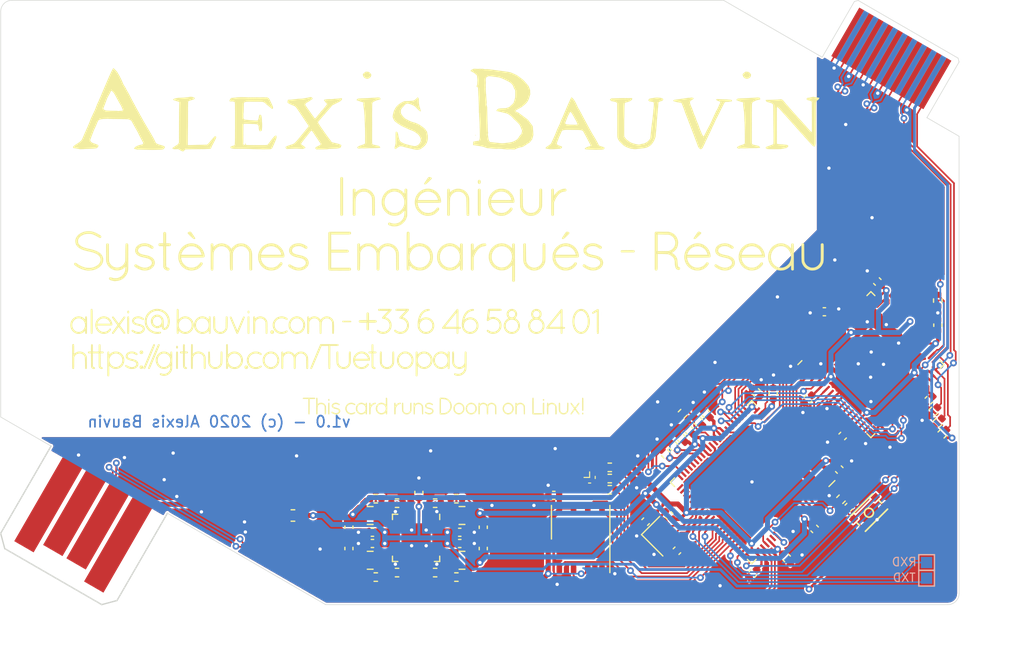
<source format=kicad_pcb>
(kicad_pcb (version 20171130) (host pcbnew "(5.1.8)-1")
  (layers (0 F.Cu signal) (31 B.Cu signal) (34 B.Paste user) (35 F.Paste user) (36 B.SilkS user) (37 F.SilkS user) (38 B.Mask user) (39 F.Mask user) (44 Edge.Cuts user))
  (net 0 "")
  (net 1 "Net-(J1-Pad14)")
  (net 2 "Net-(U1-Pad88)")
  (net 3 "Net-(U1-Pad87)")
  (net 4 "Net-(U1-Pad86)")
  (net 5 "Net-(U1-Pad85)")
  (net 6 "Net-(U1-Pad84)")
  (net 7 "Net-(U1-Pad83)")
  (net 8 "Net-(U1-Pad81)")
  (net 9 "Net-(U1-Pad79)")
  (net 10 "Net-(U1-Pad78)")
  (net 11 "Net-(U1-Pad77)")
  (net 12 "Net-(U1-Pad76)")
  (net 13 "Net-(U1-Pad75)")
  (net 14 "Net-(U1-Pad72)")
  (net 15 /I2S_BCLK)
  (net 16 /I2S_LRCK)
  (net 17 "Net-(U1-Pad64)")
  (net 18 /I2S_DO)
  (net 19 /RXD)
  (net 20 /TXD)
  (net 21 "Net-(U1-Pad53)")
  (net 22 "Net-(U1-Pad42)")
  (net 23 "Net-(U1-Pad41)")
  (net 24 "Net-(U1-Pad40)")
  (net 25 "Net-(U1-Pad39)")
  (net 26 /RGB_VSYNC)
  (net 27 /RGB_HSYNC)
  (net 28 /RGB_DE)
  (net 29 /RGB_CLK)
  (net 30 /RGB_D23)
  (net 31 /RGB_D22)
  (net 32 /RGB_D21)
  (net 33 /RGB_D20)
  (net 34 /RGB_D19)
  (net 35 /RGB_D18)
  (net 36 /RGB_D15)
  (net 37 /RGB_D14)
  (net 38 /RGB_D13)
  (net 39 /RGB_D12)
  (net 40 /RGB_D11)
  (net 41 /RGB_D10)
  (net 42 /RGB_D7)
  (net 43 /RGB_D6)
  (net 44 /RGB_D5)
  (net 45 /RGB_D4)
  (net 46 /RGB_D3)
  (net 47 /RGB_D2)
  (net 48 "Net-(U1-Pad3)")
  (net 49 "Net-(U1-Pad2)")
  (net 50 "Net-(U1-Pad1)")
  (net 51 "Net-(U2-Pad28)")
  (net 52 "Net-(U2-Pad27)")
  (net 53 "Net-(U2-Pad26)")
  (net 54 GND)
  (net 55 +3V3)
  (net 56 +1V2)
  (net 57 "Net-(C9-Pad2)")
  (net 58 "Net-(C10-Pad2)")
  (net 59 /HDMI_HPD)
  (net 60 +5V)
  (net 61 /HDMI_SDA)
  (net 62 /HDMI_SCL)
  (net 63 /HDMI_CEC)
  (net 64 /HDMI_CK_N)
  (net 65 /HDMI_CK_P)
  (net 66 /HDMI_D0_N)
  (net 67 /HDMI_D0_P)
  (net 68 /HDMI_D1_N)
  (net 69 /HDMI_D1_P)
  (net 70 /HDMI_D2_N)
  (net 71 /HDMI_D2_P)
  (net 72 /CPU_SDA)
  (net 73 /CPU_SCL)
  (net 74 /~RESET)
  (net 75 /USB_DP)
  (net 76 /SPI_MOSI)
  (net 77 /SPI_MISO)
  (net 78 /SPI_CS)
  (net 79 /SPI_CLK)
  (net 80 /HDMI_INT)
  (net 81 +2V5)
  (net 82 +1V8)
  (net 83 "Net-(L1-Pad1)")
  (net 84 "Net-(L2-Pad1)")
  (net 85 "Net-(L3-Pad1)")
  (net 86 "Net-(L4-Pad1)")
  (net 87 "Net-(U4-Pad18)")
  (net 88 "Net-(U4-Pad17)")
  (net 89 "Net-(D1-Pad4)")
  (net 90 "Net-(D1-Pad3)")
  (net 91 "Net-(D1-Pad2)")
  (net 92 "Net-(F1-Pad2)")
  (net 93 /LED_B)
  (net 94 /LED_G)
  (net 95 /LED_R)
  (net 96 "Net-(R11-Pad1)")
  (net 97 "Net-(R13-Pad1)")
  (net 98 "Net-(R15-Pad1)")
  (net 99 "Net-(R17-Pad1)")
  (net 100 "Net-(R19-Pad1)")
  (net 101 "Net-(R21-Pad1)")
  (net 102 /USB_DN)
  (net 103 "Net-(U1-Pad49)")
  (net 104 "Net-(U1-Pad48)")
  (net 105 "Net-(U1-Pad47)")
  (net 106 "Net-(U1-Pad46)")
  (net 107 "Net-(U1-Pad45)")
  (net 108 "Net-(U1-Pad44)")
  (module hdmizness:card_front (layer F.Cu) (at 124.6 78.1)
    (fp_text reference Ref** hide)
    (fp_text value Val** hide)
  )
  (module Capacitor_SMD:C_0402_1005Metric (layer F.Cu) (at 169.3 83 270)
    (fp_text reference C6)
    (fp_text value 100n)
    (pad 2 smd roundrect (at 0.48 0 270) (size 0.56 0.62) (layers F.Cu F.Paste F.Mask) (net 82 +1V8))
    (pad 1 smd roundrect (at -0.48 0 270) (size 0.56 0.62) (layers F.Cu F.Paste F.Mask) (net 54 GND))
  )
  (module Package_SON:WSON-8-1EP_6x5mm_P1.27mm_EP3.4x4.3mm (layer F.Cu) (at 137.4 102.1 90)
    (fp_text reference U3)
    (fp_text value W25Q128JVPIQ)
    (pad 9 smd rect (at 0 0 90) (size 3.4 4.3) (layers F.Cu F.Mask))
    (pad 8 smd roundrect (at 2.7 -1.905 90) (size 0.75 0.5) (layers F.Cu F.Paste F.Mask) (net 55 +3V3))
    (pad 7 smd roundrect (at 2.7 -0.635 90) (size 0.75 0.5) (layers F.Cu F.Paste F.Mask) (net 55 +3V3))
    (pad 6 smd roundrect (at 2.7 0.635 90) (size 0.75 0.5) (layers F.Cu F.Paste F.Mask) (net 79 /SPI_CLK))
    (pad 5 smd roundrect (at 2.7 1.905 90) (size 0.75 0.5) (layers F.Cu F.Paste F.Mask) (net 76 /SPI_MOSI))
    (pad 4 smd roundrect (at -2.7 1.905 90) (size 0.75 0.5) (layers F.Cu F.Paste F.Mask) (net 54 GND))
    (pad 3 smd roundrect (at -2.7 0.635 90) (size 0.75 0.5) (layers F.Cu F.Paste F.Mask) (net 55 +3V3))
    (pad 2 smd roundrect (at -2.7 -0.635 90) (size 0.75 0.5) (layers F.Cu F.Paste F.Mask) (net 77 /SPI_MISO))
    (pad 1 smd roundrect (at -2.7 -1.905 90) (size 0.75 0.5) (layers F.Cu F.Paste F.Mask) (net 78 /SPI_CS))
  )
  (module Crystal:Crystal_SMD_2016-4Pin_2.0x1.6mm (layer F.Cu) (at 144.6 101.85 315)
    (fp_text reference Y1)
    (fp_text value 24M)
    (pad 4 smd rect (at -0.7 -0.55 315) (size 0.9 0.8) (layers F.Cu F.Paste F.Mask) (net 54 GND))
    (pad 3 smd rect (at 0.7 -0.55 315) (size 0.9 0.8) (layers F.Cu F.Paste F.Mask) (net 57 "Net-(C9-Pad2)"))
    (pad 2 smd rect (at 0.7 0.55 315) (size 0.9 0.8) (layers F.Cu F.Paste F.Mask) (net 54 GND))
    (pad 1 smd rect (at -0.7 0.55 315) (size 0.9 0.8) (layers F.Cu F.Paste F.Mask) (net 58 "Net-(C10-Pad2)"))
  )
  (module hdmizness:1TS028A-2400-0603-CT (layer F.Cu) (at 163.15 99.75 45)
    (fp_text reference SW1)
    (fp_text value SW_Push)
    (pad 1 smd rect (at 1.375 -0.575 45) (size 0.65 0.55) (layers F.Cu F.Paste F.Mask) (net 74 /~RESET))
    (pad 2 smd rect (at 1.375 0.575 45) (size 0.65 0.55) (layers F.Cu F.Paste F.Mask) (net 54 GND))
    (pad 2 smd rect (at -1.375 0.575 45) (size 0.65 0.55) (layers F.Cu F.Paste F.Mask) (net 54 GND))
    (pad 1 smd rect (at -1.375 -0.575 45) (size 0.65 0.55) (layers F.Cu F.Paste F.Mask) (net 74 /~RESET))
  )
  (module TestPoint:TestPoint_Pad_1.0x1.0mm (layer B.Cu) (at 168.3 105.6)
    (fp_text reference TP2)
    (fp_text value TXD (at -2 -0.05) (layer B.SilkS) (effects (font (size 0.75 0.75) (thickness 0.1)) (justify mirror)))
    (pad 1 smd rect (at 0 0) (size 1 1) (layers B.Cu B.Mask) (net 20 /TXD))
  )
  (module TestPoint:TestPoint_Pad_1.0x1.0mm (layer B.Cu) (at 168.3 104.2)
    (fp_text reference TP1)
    (fp_text value RXD (at -2 -0.05) (layer B.SilkS) (effects (font (size 0.75 0.75) (thickness 0.1)) (justify mirror)))
    (pad 1 smd rect (at 0 0) (size 1 1) (layers B.Cu B.Mask) (net 19 /RXD))
  )
  (module Resistor_SMD:R_0402_1005Metric (layer F.Cu) (at 140 95.7)
    (fp_text reference R9)
    (fp_text value 2k)
    (pad 2 smd roundrect (at 0.51 0) (size 0.54 0.64) (layers F.Cu F.Paste F.Mask) (net 95 /LED_R))
    (pad 1 smd roundrect (at -0.51 0) (size 0.54 0.64) (layers F.Cu F.Paste F.Mask) (net 91 "Net-(D1-Pad2)"))
  )
  (module Resistor_SMD:R_0402_1005Metric (layer F.Cu) (at 140 96.7)
    (fp_text reference R8)
    (fp_text value 2k)
    (pad 2 smd roundrect (at 0.51 0) (size 0.54 0.64) (layers F.Cu F.Paste F.Mask) (net 94 /LED_G))
    (pad 1 smd roundrect (at -0.51 0) (size 0.54 0.64) (layers F.Cu F.Paste F.Mask) (net 90 "Net-(D1-Pad3)"))
  )
  (module Resistor_SMD:R_0402_1005Metric (layer F.Cu) (at 140 97.7)
    (fp_text reference R5)
    (fp_text value 2k)
    (pad 2 smd roundrect (at 0.51 0) (size 0.54 0.64) (layers F.Cu F.Paste F.Mask) (net 93 /LED_B))
    (pad 1 smd roundrect (at -0.51 0) (size 0.54 0.64) (layers F.Cu F.Paste F.Mask) (net 89 "Net-(D1-Pad4)"))
  )
  (module hdmizness:USB_A_PCB (layer F.Cu) (at 90.29 105.46 150)
    (fp_text reference J2)
    (fp_text value USB_A_PCB)
    (fp_line (start 6 1) (end 6 10) (layer Edge.Cuts) (width 0.12))
    (fp_line (start 5 0) (end 6 1) (layer Edge.Cuts) (width 0.12))
    (fp_line (start -6 1) (end -6 10) (layer Edge.Cuts) (width 0.12))
    (fp_line (start -5 0) (end -6 1) (layer Edge.Cuts) (width 0.12))
    (fp_line (start -5 0) (end 5 0) (layer Edge.Cuts) (width 0.12))
    (pad 4 smd rect (at 3.6 5.5 150) (size 2 9) (layers F.Cu F.Paste F.Mask) (net 54 GND))
    (pad 3 smd rect (at 1.2 6 150) (size 2 8) (layers F.Cu F.Paste F.Mask) (net 75 /USB_DP))
    (pad 2 smd rect (at -1.2 6 150) (size 2 8) (layers F.Cu F.Paste F.Mask) (net 102 /USB_DN))
    (pad 1 smd rect (at -3.6 5.5 150) (size 2 9) (layers F.Cu F.Paste F.Mask) (net 92 "Net-(F1-Pad2)"))
  )
  (module Fuse:Fuse_0603_1608Metric (layer F.Cu) (at 111.7 100 180)
    (fp_text reference F1)
    (fp_text value Fuse)
    (pad 2 smd roundrect (at 0.7875 0 180) (size 0.875 0.95) (layers F.Cu F.Paste F.Mask) (net 92 "Net-(F1-Pad2)"))
    (pad 1 smd roundrect (at -0.7875 0 180) (size 0.875 0.95) (layers F.Cu F.Paste F.Mask) (net 60 +5V))
  )
  (module hdmizness:PLCC1010 (layer F.Cu) (at 138.2 96.6 90)
    (fp_text reference D1)
    (fp_text value FC-B1010RGBT-HG)
    (pad 4 smd rect (at -0.385 -0.385 90) (size 0.45 0.45) (layers F.Cu F.Paste F.Mask) (net 89 "Net-(D1-Pad4)"))
    (pad 3 smd rect (at -0.385 0.385 90) (size 0.45 0.45) (layers F.Cu F.Paste F.Mask) (net 90 "Net-(D1-Pad3)"))
    (pad 2 smd rect (at 0.385 0.385 90) (size 0.45 0.45) (layers F.Cu F.Paste F.Mask) (net 91 "Net-(D1-Pad2)"))
    (pad 1 smd rect (at 0.385 -0.385 90) (size 0.45 0.45) (layers F.Cu F.Paste F.Mask) (net 55 +3V3))
  )
  (module Package_DFN_QFN:QFN-24-1EP_4x4mm_P0.5mm_EP2.6x2.6mm (layer F.Cu) (at 122.7 102 270)
    (fp_text reference U4)
    (fp_text value EA3058)
    (pad 25 smd rect (at 0 0 270) (size 2.6 2.6) (layers F.Cu F.Mask) (net 54 GND))
    (pad 24 smd roundrect (at -1.25 -1.9375 270) (size 0.25 0.825) (layers F.Cu F.Paste F.Mask) (net 85 "Net-(L3-Pad1)"))
    (pad 23 smd roundrect (at -0.75 -1.9375 270) (size 0.25 0.825) (layers F.Cu F.Paste F.Mask) (net 60 +5V))
    (pad 22 smd roundrect (at -0.25 -1.9375 270) (size 0.25 0.825) (layers F.Cu F.Paste F.Mask) (net 60 +5V))
    (pad 21 smd roundrect (at 0.25 -1.9375 270) (size 0.25 0.825) (layers F.Cu F.Paste F.Mask) (net 60 +5V))
    (pad 20 smd roundrect (at 0.75 -1.9375 270) (size 0.25 0.825) (layers F.Cu F.Paste F.Mask) (net 60 +5V))
    (pad 19 smd roundrect (at 1.25 -1.9375 270) (size 0.25 0.825) (layers F.Cu F.Paste F.Mask) (net 86 "Net-(L4-Pad1)"))
    (pad 18 smd roundrect (at 1.9375 -1.25 270) (size 0.825 0.25) (layers F.Cu F.Paste F.Mask) (net 87 "Net-(U4-Pad18)"))
    (pad 17 smd roundrect (at 1.9375 -0.75 270) (size 0.825 0.25) (layers F.Cu F.Paste F.Mask) (net 88 "Net-(U4-Pad17)"))
    (pad 16 smd roundrect (at 1.9375 -0.25 270) (size 0.825 0.25) (layers F.Cu F.Paste F.Mask) (net 54 GND))
    (pad 15 smd roundrect (at 1.9375 0.25 270) (size 0.825 0.25) (layers F.Cu F.Paste F.Mask) (net 101 "Net-(R21-Pad1)"))
    (pad 14 smd roundrect (at 1.9375 0.75 270) (size 0.825 0.25) (layers F.Cu F.Paste F.Mask) (net 97 "Net-(R13-Pad1)"))
    (pad 13 smd roundrect (at 1.9375 1.25 270) (size 0.825 0.25) (layers F.Cu F.Paste F.Mask) (net 54 GND))
    (pad 12 smd roundrect (at 1.25 1.9375 270) (size 0.25 0.825) (layers F.Cu F.Paste F.Mask) (net 83 "Net-(L1-Pad1)"))
    (pad 11 smd roundrect (at 0.75 1.9375 270) (size 0.25 0.825) (layers F.Cu F.Paste F.Mask) (net 60 +5V))
    (pad 10 smd roundrect (at 0.25 1.9375 270) (size 0.25 0.825) (layers F.Cu F.Paste F.Mask) (net 60 +5V))
    (pad 9 smd roundrect (at -0.25 1.9375 270) (size 0.25 0.825) (layers F.Cu F.Paste F.Mask) (net 60 +5V))
    (pad 8 smd roundrect (at -0.75 1.9375 270) (size 0.25 0.825) (layers F.Cu F.Paste F.Mask) (net 60 +5V))
    (pad 7 smd roundrect (at -1.25 1.9375 270) (size 0.25 0.825) (layers F.Cu F.Paste F.Mask) (net 84 "Net-(L2-Pad1)"))
    (pad 6 smd roundrect (at -1.9375 1.25 270) (size 0.825 0.25) (layers F.Cu F.Paste F.Mask) (net 54 GND))
    (pad 5 smd roundrect (at -1.9375 0.75 270) (size 0.825 0.25) (layers F.Cu F.Paste F.Mask) (net 98 "Net-(R15-Pad1)"))
    (pad 4 smd roundrect (at -1.9375 0.25 270) (size 0.825 0.25) (layers F.Cu F.Paste F.Mask) (net 54 GND))
    (pad 3 smd roundrect (at -1.9375 -0.25 270) (size 0.825 0.25) (layers F.Cu F.Paste F.Mask) (net 60 +5V))
    (pad 2 smd roundrect (at -1.9375 -0.75 270) (size 0.825 0.25) (layers F.Cu F.Paste F.Mask) (net 100 "Net-(R19-Pad1)"))
    (pad 1 smd roundrect (at -1.9375 -1.25 270) (size 0.825 0.25) (layers F.Cu F.Paste F.Mask) (net 54 GND))
  )
  (module Resistor_SMD:R_0402_1005Metric (layer F.Cu) (at 124.4 105.1 180)
    (fp_text reference R22)
    (fp_text value 100k)
    (pad 2 smd roundrect (at 0.51 0 180) (size 0.54 0.64) (layers F.Cu F.Paste F.Mask) (net 101 "Net-(R21-Pad1)"))
    (pad 1 smd roundrect (at -0.51 0 180) (size 0.54 0.64) (layers F.Cu F.Paste F.Mask) (net 54 GND))
  )
  (module Resistor_SMD:R_0402_1005Metric (layer F.Cu) (at 126.3 105.5)
    (fp_text reference R21)
    (fp_text value 83k)
    (pad 2 smd roundrect (at 0.51 0) (size 0.54 0.64) (layers F.Cu F.Paste F.Mask) (net 56 +1V2))
    (pad 1 smd roundrect (at -0.51 0) (size 0.54 0.64) (layers F.Cu F.Paste F.Mask) (net 101 "Net-(R21-Pad1)"))
  )
  (module Resistor_SMD:R_0402_1005Metric (layer F.Cu) (at 124.4 98.9 180)
    (fp_text reference R20)
    (fp_text value 100k)
    (pad 2 smd roundrect (at 0.51 0 180) (size 0.54 0.64) (layers F.Cu F.Paste F.Mask) (net 100 "Net-(R19-Pad1)"))
    (pad 1 smd roundrect (at -0.51 0 180) (size 0.54 0.64) (layers F.Cu F.Paste F.Mask) (net 54 GND))
  )
  (module Resistor_SMD:R_0402_1005Metric (layer F.Cu) (at 126.3 98.5)
    (fp_text reference R19)
    (fp_text value 333k)
    (pad 2 smd roundrect (at 0.51 0) (size 0.54 0.64) (layers F.Cu F.Paste F.Mask) (net 81 +2V5))
    (pad 1 smd roundrect (at -0.51 0) (size 0.54 0.64) (layers F.Cu F.Paste F.Mask) (net 100 "Net-(R19-Pad1)"))
  )
  (module Resistor_SMD:R_0402_1005Metric (layer F.Cu) (at 146.5 90.9 45)
    (fp_text reference R18)
    (fp_text value 2k)
    (pad 2 smd roundrect (at 0.51 0 45) (size 0.54 0.64) (layers F.Cu F.Paste F.Mask) (net 99 "Net-(R17-Pad1)"))
    (pad 1 smd roundrect (at -0.51 0 45) (size 0.54 0.64) (layers F.Cu F.Paste F.Mask) (net 54 GND))
  )
  (module Resistor_SMD:R_0402_1005Metric (layer F.Cu) (at 147.9 91.6 315)
    (fp_text reference R17)
    (fp_text value 2k)
    (pad 2 smd roundrect (at 0.51 0 315) (size 0.54 0.64) (layers F.Cu F.Paste F.Mask) (net 81 +2V5))
    (pad 1 smd roundrect (at -0.51 0 315) (size 0.54 0.64) (layers F.Cu F.Paste F.Mask) (net 99 "Net-(R17-Pad1)"))
  )
  (module Resistor_SMD:R_0402_1005Metric (layer F.Cu) (at 121 98.9)
    (fp_text reference R16)
    (fp_text value 100k)
    (pad 2 smd roundrect (at 0.51 0) (size 0.54 0.64) (layers F.Cu F.Paste F.Mask) (net 98 "Net-(R15-Pad1)"))
    (pad 1 smd roundrect (at -0.51 0) (size 0.54 0.64) (layers F.Cu F.Paste F.Mask) (net 54 GND))
  )
  (module Resistor_SMD:R_0402_1005Metric (layer F.Cu) (at 119.1 98.5 180)
    (fp_text reference R15)
    (fp_text value 200k)
    (pad 2 smd roundrect (at 0.51 0 180) (size 0.54 0.64) (layers F.Cu F.Paste F.Mask) (net 82 +1V8))
    (pad 1 smd roundrect (at -0.51 0 180) (size 0.54 0.64) (layers F.Cu F.Paste F.Mask) (net 98 "Net-(R15-Pad1)"))
  )
  (module Resistor_SMD:R_0402_1005Metric (layer F.Cu) (at 121 105.1)
    (fp_text reference R14)
    (fp_text value 100k)
    (pad 2 smd roundrect (at 0.51 0) (size 0.54 0.64) (layers F.Cu F.Paste F.Mask) (net 97 "Net-(R13-Pad1)"))
    (pad 1 smd roundrect (at -0.51 0) (size 0.54 0.64) (layers F.Cu F.Paste F.Mask) (net 54 GND))
  )
  (module Resistor_SMD:R_0402_1005Metric (layer F.Cu) (at 119.1 105.5 180)
    (fp_text reference R13)
    (fp_text value 450k)
    (pad 2 smd roundrect (at 0.51 0 180) (size 0.54 0.64) (layers F.Cu F.Paste F.Mask) (net 55 +3V3))
    (pad 1 smd roundrect (at -0.51 0 180) (size 0.54 0.64) (layers F.Cu F.Paste F.Mask) (net 97 "Net-(R13-Pad1)"))
  )
  (module Resistor_SMD:R_0402_1005Metric (layer F.Cu) (at 160.65 98.55 45)
    (fp_text reference R12)
    (fp_text value 10k)
    (pad 2 smd roundrect (at 0.51 0 45) (size 0.54 0.64) (layers F.Cu F.Paste F.Mask) (net 55 +3V3))
    (pad 1 smd roundrect (at -0.51 0 45) (size 0.54 0.64) (layers F.Cu F.Paste F.Mask) (net 74 /~RESET))
  )
  (module Resistor_SMD:R_0402_1005Metric (layer F.Cu) (at 169.3 80.8 270)
    (fp_text reference R11)
    (fp_text value 10k)
    (pad 2 smd roundrect (at 0.51 0 270) (size 0.54 0.64) (layers F.Cu F.Paste F.Mask) (net 54 GND))
    (pad 1 smd roundrect (at -0.51 0 270) (size 0.54 0.64) (layers F.Cu F.Paste F.Mask) (net 96 "Net-(R11-Pad1)"))
  )
  (module Resistor_SMD:R_0402_1005Metric (layer F.Cu) (at 168.9 90.7 45)
    (fp_text reference R10)
    (fp_text value 10k)
    (pad 2 smd roundrect (at 0.51 0 45) (size 0.54 0.64) (layers F.Cu F.Paste F.Mask) (net 59 /HDMI_HPD))
    (pad 1 smd roundrect (at -0.51 0 45) (size 0.54 0.64) (layers F.Cu F.Paste F.Mask) (net 54 GND))
  )
  (module Resistor_SMD:R_0402_1005Metric (layer F.Cu) (at 169.7 92.7 225)
    (fp_text reference R7)
    (fp_text value 10k)
    (pad 2 smd roundrect (at 0.51 0 225) (size 0.54 0.64) (layers F.Cu F.Paste F.Mask) (net 60 +5V))
    (pad 1 smd roundrect (at -0.51 0 225) (size 0.54 0.64) (layers F.Cu F.Paste F.Mask) (net 62 /HDMI_SCL))
  )
  (module Resistor_SMD:R_0402_1005Metric (layer F.Cu) (at 169.3 91.7 225)
    (fp_text reference R6)
    (fp_text value 10k)
    (pad 2 smd roundrect (at 0.51 0 225) (size 0.54 0.64) (layers F.Cu F.Paste F.Mask) (net 60 +5V))
    (pad 1 smd roundrect (at -0.51 0 225) (size 0.54 0.64) (layers F.Cu F.Paste F.Mask) (net 61 /HDMI_SDA))
  )
  (module Resistor_SMD:R_0402_1005Metric (layer F.Cu) (at 145 94.5 135)
    (fp_text reference R2)
    (fp_text value 10k)
    (pad 2 smd roundrect (at 0.51 0 135) (size 0.54 0.64) (layers F.Cu F.Paste F.Mask) (net 55 +3V3))
    (pad 1 smd roundrect (at -0.51 0 135) (size 0.54 0.64) (layers F.Cu F.Paste F.Mask) (net 73 /CPU_SCL))
  )
  (module Resistor_SMD:R_0402_1005Metric (layer F.Cu) (at 145.7 93.8 135)
    (fp_text reference R1)
    (fp_text value 10k)
    (pad 2 smd roundrect (at 0.51 0 135) (size 0.54 0.64) (layers F.Cu F.Paste F.Mask) (net 55 +3V3))
    (pad 1 smd roundrect (at -0.51 0 135) (size 0.54 0.64) (layers F.Cu F.Paste F.Mask) (net 72 /CPU_SDA))
  )
  (module hdmizness:L_Vishay_IHHP-0806 (layer F.Cu) (at 126.8 104)
    (fp_text reference L4)
    (fp_text value 1u5)
    (pad 1 smd roundrect (at -0.8 0) (size 0.65 1.6) (layers F.Cu F.Paste F.Mask) (net 86 "Net-(L4-Pad1)"))
    (pad 2 smd roundrect (at 0.8 0) (size 0.65 1.6) (layers F.Cu F.Paste F.Mask) (net 56 +1V2))
  )
  (module hdmizness:L_Vishay_IHHP-0806 (layer F.Cu) (at 126.8 100)
    (fp_text reference L3)
    (fp_text value 1u5)
    (pad 1 smd roundrect (at -0.8 0) (size 0.65 1.6) (layers F.Cu F.Paste F.Mask) (net 85 "Net-(L3-Pad1)"))
    (pad 2 smd roundrect (at 0.8 0) (size 0.65 1.6) (layers F.Cu F.Paste F.Mask) (net 81 +2V5))
  )
  (module hdmizness:L_Vishay_IHHP-0806 (layer F.Cu) (at 118.6 100 180)
    (fp_text reference L2)
    (fp_text value 1u5)
    (pad 1 smd roundrect (at -0.8 0 180) (size 0.65 1.6) (layers F.Cu F.Paste F.Mask) (net 84 "Net-(L2-Pad1)"))
    (pad 2 smd roundrect (at 0.8 0 180) (size 0.65 1.6) (layers F.Cu F.Paste F.Mask) (net 82 +1V8))
  )
  (module hdmizness:L_Vishay_IHHP-0806 (layer F.Cu) (at 118.6 104 180)
    (fp_text reference L1)
    (fp_text value 1u5)
    (pad 1 smd roundrect (at -0.8 0 180) (size 0.65 1.6) (layers F.Cu F.Paste F.Mask) (net 83 "Net-(L1-Pad1)"))
    (pad 2 smd roundrect (at 0.8 0 180) (size 0.65 1.6) (layers F.Cu F.Paste F.Mask) (net 55 +3V3))
  )
  (module Capacitor_SMD:C_0402_1005Metric (layer F.Cu) (at 128.7 102.95 270)
    (fp_text reference C30)
    (fp_text value 1u)
    (pad 2 smd roundrect (at 0.48 0 270) (size 0.56 0.62) (layers F.Cu F.Paste F.Mask) (net 56 +1V2))
    (pad 1 smd roundrect (at -0.48 0 270) (size 0.56 0.62) (layers F.Cu F.Paste F.Mask) (net 54 GND))
  )
  (module Capacitor_SMD:C_0402_1005Metric (layer F.Cu) (at 126.6 102.5)
    (fp_text reference C29)
    (fp_text value 1u)
    (pad 2 smd roundrect (at 0.48 0) (size 0.56 0.62) (layers F.Cu F.Paste F.Mask) (net 54 GND))
    (pad 1 smd roundrect (at -0.48 0) (size 0.56 0.62) (layers F.Cu F.Paste F.Mask) (net 60 +5V))
  )
  (module Capacitor_SMD:C_0402_1005Metric (layer F.Cu) (at 128.7 101.05 90)
    (fp_text reference C28)
    (fp_text value 1u)
    (pad 2 smd roundrect (at 0.48 0 90) (size 0.56 0.62) (layers F.Cu F.Paste F.Mask) (net 81 +2V5))
    (pad 1 smd roundrect (at -0.48 0 90) (size 0.56 0.62) (layers F.Cu F.Paste F.Mask) (net 54 GND))
  )
  (module Capacitor_SMD:C_0402_1005Metric (layer F.Cu) (at 126.6 101.5)
    (fp_text reference C27)
    (fp_text value 1u)
    (pad 2 smd roundrect (at 0.48 0) (size 0.56 0.62) (layers F.Cu F.Paste F.Mask) (net 54 GND))
    (pad 1 smd roundrect (at -0.48 0) (size 0.56 0.62) (layers F.Cu F.Paste F.Mask) (net 60 +5V))
  )
  (module Capacitor_SMD:C_0402_1005Metric (layer F.Cu) (at 158.3 101.2 315)
    (fp_text reference C26)
    (fp_text value 100n)
    (pad 2 smd roundrect (at 0.48 0 315) (size 0.56 0.62) (layers F.Cu F.Paste F.Mask) (net 54 GND))
    (pad 1 smd roundrect (at -0.48 0 315) (size 0.56 0.62) (layers F.Cu F.Paste F.Mask) (net 81 +2V5))
  )
  (module Capacitor_SMD:C_0402_1005Metric (layer F.Cu) (at 146.4 93.1 135)
    (fp_text reference C25)
    (fp_text value 100n)
    (pad 2 smd roundrect (at 0.48 0 135) (size 0.56 0.62) (layers F.Cu F.Paste F.Mask) (net 54 GND))
    (pad 1 smd roundrect (at -0.48 0 135) (size 0.56 0.62) (layers F.Cu F.Paste F.Mask) (net 81 +2V5))
  )
  (module Capacitor_SMD:C_0402_1005Metric (layer F.Cu) (at 116.7 101.05 90)
    (fp_text reference C24)
    (fp_text value 1u)
    (pad 2 smd roundrect (at 0.48 0 90) (size 0.56 0.62) (layers F.Cu F.Paste F.Mask) (net 82 +1V8))
    (pad 1 smd roundrect (at -0.48 0 90) (size 0.56 0.62) (layers F.Cu F.Paste F.Mask) (net 54 GND))
  )
  (module Capacitor_SMD:C_0402_1005Metric (layer F.Cu) (at 152.775 105.175 225)
    (fp_text reference C23)
    (fp_text value 100n)
    (pad 2 smd roundrect (at 0.48 0 225) (size 0.56 0.62) (layers F.Cu F.Paste F.Mask) (net 54 GND))
    (pad 1 smd roundrect (at -0.48 0 225) (size 0.56 0.62) (layers F.Cu F.Paste F.Mask) (net 55 +3V3))
  )
  (module Capacitor_SMD:C_0402_1005Metric (layer F.Cu) (at 148.6 90.9 135)
    (fp_text reference C22)
    (fp_text value 100n)
    (pad 2 smd roundrect (at 0.48 0 135) (size 0.56 0.62) (layers F.Cu F.Paste F.Mask) (net 54 GND))
    (pad 1 smd roundrect (at -0.48 0 135) (size 0.56 0.62) (layers F.Cu F.Paste F.Mask) (net 81 +2V5))
  )
  (module Capacitor_SMD:C_0402_1005Metric (layer F.Cu) (at 118.8 102.5 180)
    (fp_text reference C21)
    (fp_text value 1u)
    (pad 2 smd roundrect (at 0.48 0 180) (size 0.56 0.62) (layers F.Cu F.Paste F.Mask) (net 54 GND))
    (pad 1 smd roundrect (at -0.48 0 180) (size 0.56 0.62) (layers F.Cu F.Paste F.Mask) (net 60 +5V))
  )
  (module Capacitor_SMD:C_0402_1005Metric (layer F.Cu) (at 145.3 100 135)
    (fp_text reference C20)
    (fp_text value 100n)
    (pad 2 smd roundrect (at 0.48 0 135) (size 0.56 0.62) (layers F.Cu F.Paste F.Mask) (net 54 GND))
    (pad 1 smd roundrect (at -0.48 0 135) (size 0.56 0.62) (layers F.Cu F.Paste F.Mask) (net 55 +3V3))
  )
  (module Capacitor_SMD:C_0402_1005Metric (layer F.Cu) (at 155.8 103.8 315)
    (fp_text reference C19)
    (fp_text value 100n)
    (pad 2 smd roundrect (at 0.48 0 315) (size 0.56 0.62) (layers F.Cu F.Paste F.Mask) (net 54 GND))
    (pad 1 smd roundrect (at -0.48 0 315) (size 0.56 0.62) (layers F.Cu F.Paste F.Mask) (net 56 +1V2))
  )
  (module Capacitor_SMD:C_0402_1005Metric (layer F.Cu) (at 154.6 89.1 90)
    (fp_text reference C18)
    (fp_text value 100n)
    (pad 2 smd roundrect (at 0.48 0 90) (size 0.56 0.62) (layers F.Cu F.Paste F.Mask) (net 54 GND))
    (pad 1 smd roundrect (at -0.48 0 90) (size 0.56 0.62) (layers F.Cu F.Paste F.Mask) (net 55 +3V3))
  )
  (module Capacitor_SMD:C_0402_1005Metric (layer F.Cu) (at 147.1 92.4 135)
    (fp_text reference C17)
    (fp_text value 100n)
    (pad 2 smd roundrect (at 0.48 0 135) (size 0.56 0.62) (layers F.Cu F.Paste F.Mask) (net 54 GND))
    (pad 1 smd roundrect (at -0.48 0 135) (size 0.56 0.62) (layers F.Cu F.Paste F.Mask) (net 56 +1V2))
  )
  (module Capacitor_SMD:C_0402_1005Metric (layer F.Cu) (at 160.5 95.9 315)
    (fp_text reference C16)
    (fp_text value 100n)
    (pad 2 smd roundrect (at 0.48 0 315) (size 0.56 0.62) (layers F.Cu F.Paste F.Mask) (net 54 GND))
    (pad 1 smd roundrect (at -0.48 0 315) (size 0.56 0.62) (layers F.Cu F.Paste F.Mask) (net 55 +3V3))
  )
  (module Capacitor_SMD:C_0402_1005Metric (layer F.Cu) (at 153.1 89 135)
    (fp_text reference C15)
    (fp_text value 100n)
    (pad 2 smd roundrect (at 0.48 0 135) (size 0.56 0.62) (layers F.Cu F.Paste F.Mask) (net 54 GND))
    (pad 1 smd roundrect (at -0.48 0 135) (size 0.56 0.62) (layers F.Cu F.Paste F.Mask) (net 56 +1V2))
  )
  (module Capacitor_SMD:C_0402_1005Metric (layer F.Cu) (at 116.7 102.95 270)
    (fp_text reference C14)
    (fp_text value 1u)
    (pad 2 smd roundrect (at 0.48 0 270) (size 0.56 0.62) (layers F.Cu F.Paste F.Mask) (net 55 +3V3))
    (pad 1 smd roundrect (at -0.48 0 270) (size 0.56 0.62) (layers F.Cu F.Paste F.Mask) (net 54 GND))
  )
  (module Capacitor_SMD:C_0402_1005Metric (layer F.Cu) (at 118.8 101.5 180)
    (fp_text reference C13)
    (fp_text value 1u)
    (pad 2 smd roundrect (at 0.48 0 180) (size 0.56 0.62) (layers F.Cu F.Paste F.Mask) (net 54 GND))
    (pad 1 smd roundrect (at -0.48 0 180) (size 0.56 0.62) (layers F.Cu F.Paste F.Mask) (net 60 +5V))
  )
  (module Capacitor_SMD:C_0402_1005Metric (layer F.Cu) (at 161.35 99.25 225)
    (fp_text reference C12)
    (fp_text value 100n)
    (pad 2 smd roundrect (at 0.48 0 225) (size 0.56 0.62) (layers F.Cu F.Paste F.Mask) (net 74 /~RESET))
    (pad 1 smd roundrect (at -0.48 0 225) (size 0.56 0.62) (layers F.Cu F.Paste F.Mask) (net 54 GND))
  )
  (module Capacitor_SMD:C_0402_1005Metric (layer F.Cu) (at 122.95 97.95 90)
    (fp_text reference C11)
    (fp_text value 100n)
    (pad 2 smd roundrect (at 0.48 0 90) (size 0.56 0.62) (layers F.Cu F.Paste F.Mask) (net 54 GND))
    (pad 1 smd roundrect (at -0.48 0 90) (size 0.56 0.62) (layers F.Cu F.Paste F.Mask) (net 60 +5V))
  )
  (module Capacitor_SMD:C_0402_1005Metric (layer F.Cu) (at 143.2 100.55 225)
    (fp_text reference C10)
    (fp_text value 8p)
    (pad 2 smd roundrect (at 0.48 0 225) (size 0.56 0.62) (layers F.Cu F.Paste F.Mask) (net 58 "Net-(C10-Pad2)"))
    (pad 1 smd roundrect (at -0.48 0 225) (size 0.56 0.62) (layers F.Cu F.Paste F.Mask) (net 54 GND))
  )
  (module Capacitor_SMD:C_0402_1005Metric (layer F.Cu) (at 146 103.15 45)
    (fp_text reference C9)
    (fp_text value 8p)
    (pad 2 smd roundrect (at 0.48 0 45) (size 0.56 0.62) (layers F.Cu F.Paste F.Mask) (net 57 "Net-(C9-Pad2)"))
    (pad 1 smd roundrect (at -0.48 0 45) (size 0.56 0.62) (layers F.Cu F.Paste F.Mask) (net 54 GND))
  )
  (module Capacitor_SMD:C_0402_1005Metric (layer F.Cu) (at 135 98.2 180)
    (fp_text reference C8)
    (fp_text value 100n)
    (pad 2 smd roundrect (at 0.48 0 180) (size 0.56 0.62) (layers F.Cu F.Paste F.Mask) (net 54 GND))
    (pad 1 smd roundrect (at -0.48 0 180) (size 0.56 0.62) (layers F.Cu F.Paste F.Mask) (net 55 +3V3))
  )
  (module Capacitor_SMD:C_0402_1005Metric (layer F.Cu) (at 163.9 79.1 315)
    (fp_text reference C7)
    (fp_text value 100n)
    (pad 2 smd roundrect (at 0.48 0 315) (size 0.56 0.62) (layers F.Cu F.Paste F.Mask) (net 82 +1V8))
    (pad 1 smd roundrect (at -0.48 0 315) (size 0.56 0.62) (layers F.Cu F.Paste F.Mask) (net 54 GND))
  )
  (module Capacitor_SMD:C_0402_1005Metric (layer F.Cu) (at 168.5 89.7 45)
    (fp_text reference C5)
    (fp_text value 100n)
    (pad 2 smd roundrect (at 0.48 0 45) (size 0.56 0.62) (layers F.Cu F.Paste F.Mask) (net 82 +1V8))
    (pad 1 smd roundrect (at -0.48 0 45) (size 0.56 0.62) (layers F.Cu F.Paste F.Mask) (net 54 GND))
  )
  (module Capacitor_SMD:C_0402_1005Metric (layer F.Cu) (at 160.8 92.9 45)
    (fp_text reference C4)
    (fp_text value 100n)
    (pad 2 smd roundrect (at 0.48 0 45) (size 0.56 0.62) (layers F.Cu F.Paste F.Mask) (net 82 +1V8))
    (pad 1 smd roundrect (at -0.48 0 45) (size 0.56 0.62) (layers F.Cu F.Paste F.Mask) (net 54 GND))
  )
  (module Capacitor_SMD:C_0402_1005Metric (layer F.Cu) (at 157.7 89.6 45)
    (fp_text reference C3)
    (fp_text value 100n)
    (pad 2 smd roundrect (at 0.48 0 45) (size 0.56 0.62) (layers F.Cu F.Paste F.Mask) (net 82 +1V8))
    (pad 1 smd roundrect (at -0.48 0 45) (size 0.56 0.62) (layers F.Cu F.Paste F.Mask) (net 54 GND))
  )
  (module Capacitor_SMD:C_0402_1005Metric (layer F.Cu) (at 159.17 81.8)
    (fp_text reference C2)
    (fp_text value 100n)
    (pad 2 smd roundrect (at 0.48 0) (size 0.56 0.62) (layers F.Cu F.Paste F.Mask) (net 82 +1V8))
    (pad 1 smd roundrect (at -0.48 0) (size 0.56 0.62) (layers F.Cu F.Paste F.Mask) (net 54 GND))
  )
  (module Package_DFN_QFN:QFN-64-1EP_9x9mm_P0.5mm_EP4.7x4.7mm (layer F.Cu) (at 163.324523 86.522223 45)
    (fp_text reference U2)
    (fp_text value TDA19988)
    (pad 65 smd rect (at 0 0 45) (size 4.7 4.7) (layers F.Cu F.Mask) (net 54 GND))
    (pad 64 smd roundrect (at -3.75 -4.4125 45) (size 0.2 0.875) (layers F.Cu F.Paste F.Mask) (net 36 /RGB_D15))
    (pad 63 smd roundrect (at -3.25 -4.4125 45) (size 0.2 0.875) (layers F.Cu F.Paste F.Mask) (net 54 GND))
    (pad 62 smd roundrect (at -2.75 -4.4125 45) (size 0.2 0.875) (layers F.Cu F.Paste F.Mask) (net 54 GND))
    (pad 61 smd roundrect (at -2.25 -4.4125 45) (size 0.2 0.875) (layers F.Cu F.Paste F.Mask) (net 35 /RGB_D18))
    (pad 60 smd roundrect (at -1.75 -4.4125 45) (size 0.2 0.875) (layers F.Cu F.Paste F.Mask) (net 34 /RGB_D19))
    (pad 59 smd roundrect (at -1.25 -4.4125 45) (size 0.2 0.875) (layers F.Cu F.Paste F.Mask) (net 33 /RGB_D20))
    (pad 58 smd roundrect (at -0.75 -4.4125 45) (size 0.2 0.875) (layers F.Cu F.Paste F.Mask) (net 32 /RGB_D21))
    (pad 57 smd roundrect (at -0.25 -4.4125 45) (size 0.2 0.875) (layers F.Cu F.Paste F.Mask) (net 31 /RGB_D22))
    (pad 56 smd roundrect (at 0.25 -4.4125 45) (size 0.2 0.875) (layers F.Cu F.Paste F.Mask) (net 30 /RGB_D23))
    (pad 55 smd roundrect (at 0.75 -4.4125 45) (size 0.2 0.875) (layers F.Cu F.Paste F.Mask) (net 82 +1V8))
    (pad 54 smd roundrect (at 1.25 -4.4125 45) (size 0.2 0.875) (layers F.Cu F.Paste F.Mask) (net 54 GND))
    (pad 53 smd roundrect (at 1.75 -4.4125 45) (size 0.2 0.875) (layers F.Cu F.Paste F.Mask) (net 54 GND))
    (pad 52 smd roundrect (at 2.25 -4.4125 45) (size 0.2 0.875) (layers F.Cu F.Paste F.Mask) (net 73 /CPU_SCL))
    (pad 51 smd roundrect (at 2.75 -4.4125 45) (size 0.2 0.875) (layers F.Cu F.Paste F.Mask) (net 72 /CPU_SDA))
    (pad 50 smd roundrect (at 3.25 -4.4125 45) (size 0.2 0.875) (layers F.Cu F.Paste F.Mask) (net 80 /HDMI_INT))
    (pad 49 smd roundrect (at 3.75 -4.4125 45) (size 0.2 0.875) (layers F.Cu F.Paste F.Mask) (net 54 GND))
    (pad 48 smd roundrect (at 4.4125 -3.75 45) (size 0.875 0.2) (layers F.Cu F.Paste F.Mask) (net 82 +1V8))
    (pad 47 smd roundrect (at 4.4125 -3.25 45) (size 0.875 0.2) (layers F.Cu F.Paste F.Mask) (net 82 +1V8))
    (pad 46 smd roundrect (at 4.4125 -2.75 45) (size 0.875 0.2) (layers F.Cu F.Paste F.Mask) (net 82 +1V8))
    (pad 45 smd roundrect (at 4.4125 -2.25 45) (size 0.875 0.2) (layers F.Cu F.Paste F.Mask) (net 71 /HDMI_D2_P))
    (pad 44 smd roundrect (at 4.4125 -1.75 45) (size 0.875 0.2) (layers F.Cu F.Paste F.Mask) (net 70 /HDMI_D2_N))
    (pad 43 smd roundrect (at 4.4125 -1.25 45) (size 0.875 0.2) (layers F.Cu F.Paste F.Mask) (net 69 /HDMI_D1_P))
    (pad 42 smd roundrect (at 4.4125 -0.75 45) (size 0.875 0.2) (layers F.Cu F.Paste F.Mask) (net 68 /HDMI_D1_N))
    (pad 41 smd roundrect (at 4.4125 -0.25 45) (size 0.875 0.2) (layers F.Cu F.Paste F.Mask) (net 82 +1V8))
    (pad 40 smd roundrect (at 4.4125 0.25 45) (size 0.875 0.2) (layers F.Cu F.Paste F.Mask) (net 67 /HDMI_D0_P))
    (pad 39 smd roundrect (at 4.4125 0.75 45) (size 0.875 0.2) (layers F.Cu F.Paste F.Mask) (net 66 /HDMI_D0_N))
    (pad 38 smd roundrect (at 4.4125 1.25 45) (size 0.875 0.2) (layers F.Cu F.Paste F.Mask) (net 65 /HDMI_CK_P))
    (pad 37 smd roundrect (at 4.4125 1.75 45) (size 0.875 0.2) (layers F.Cu F.Paste F.Mask) (net 64 /HDMI_CK_N))
    (pad 36 smd roundrect (at 4.4125 2.25 45) (size 0.875 0.2) (layers F.Cu F.Paste F.Mask) (net 82 +1V8))
    (pad 35 smd roundrect (at 4.4125 2.75 45) (size 0.875 0.2) (layers F.Cu F.Paste F.Mask) (net 82 +1V8))
    (pad 34 smd roundrect (at 4.4125 3.25 45) (size 0.875 0.2) (layers F.Cu F.Paste F.Mask) (net 96 "Net-(R11-Pad1)"))
    (pad 33 smd roundrect (at 4.4125 3.75 45) (size 0.875 0.2) (layers F.Cu F.Paste F.Mask) (net 62 /HDMI_SCL))
    (pad 32 smd roundrect (at 3.75 4.4125 45) (size 0.2 0.875) (layers F.Cu F.Paste F.Mask) (net 61 /HDMI_SDA))
    (pad 31 smd roundrect (at 3.25 4.4125 45) (size 0.2 0.875) (layers F.Cu F.Paste F.Mask) (net 59 /HDMI_HPD))
    (pad 30 smd roundrect (at 2.75 4.4125 45) (size 0.2 0.875) (layers F.Cu F.Paste F.Mask) (net 63 /HDMI_CEC))
    (pad 29 smd roundrect (at 2.25 4.4125 45) (size 0.2 0.875) (layers F.Cu F.Paste F.Mask) (net 82 +1V8))
    (pad 28 smd roundrect (at 1.75 4.4125 45) (size 0.2 0.875) (layers F.Cu F.Paste F.Mask) (net 51 "Net-(U2-Pad28)"))
    (pad 27 smd roundrect (at 1.25 4.4125 45) (size 0.2 0.875) (layers F.Cu F.Paste F.Mask) (net 52 "Net-(U2-Pad27)"))
    (pad 26 smd roundrect (at 0.75 4.4125 45) (size 0.2 0.875) (layers F.Cu F.Paste F.Mask) (net 53 "Net-(U2-Pad26)"))
    (pad 25 smd roundrect (at 0.25 4.4125 45) (size 0.2 0.875) (layers F.Cu F.Paste F.Mask) (net 18 /I2S_DO))
    (pad 24 smd roundrect (at -0.25 4.4125 45) (size 0.2 0.875) (layers F.Cu F.Paste F.Mask) (net 16 /I2S_LRCK))
    (pad 23 smd roundrect (at -0.75 4.4125 45) (size 0.2 0.875) (layers F.Cu F.Paste F.Mask) (net 15 /I2S_BCLK))
    (pad 22 smd roundrect (at -1.25 4.4125 45) (size 0.2 0.875) (layers F.Cu F.Paste F.Mask) (net 27 /RGB_HSYNC))
    (pad 21 smd roundrect (at -1.75 4.4125 45) (size 0.2 0.875) (layers F.Cu F.Paste F.Mask) (net 26 /RGB_VSYNC))
    (pad 20 smd roundrect (at -2.25 4.4125 45) (size 0.2 0.875) (layers F.Cu F.Paste F.Mask) (net 28 /RGB_DE))
    (pad 19 smd roundrect (at -2.75 4.4125 45) (size 0.2 0.875) (layers F.Cu F.Paste F.Mask) (net 54 GND))
    (pad 18 smd roundrect (at -3.25 4.4125 45) (size 0.2 0.875) (layers F.Cu F.Paste F.Mask) (net 54 GND))
    (pad 17 smd roundrect (at -3.75 4.4125 45) (size 0.2 0.875) (layers F.Cu F.Paste F.Mask) (net 54 GND))
    (pad 16 smd roundrect (at -4.4125 3.75 45) (size 0.875 0.2) (layers F.Cu F.Paste F.Mask) (net 47 /RGB_D2))
    (pad 15 smd roundrect (at -4.4125 3.25 45) (size 0.875 0.2) (layers F.Cu F.Paste F.Mask) (net 46 /RGB_D3))
    (pad 14 smd roundrect (at -4.4125 2.75 45) (size 0.875 0.2) (layers F.Cu F.Paste F.Mask) (net 82 +1V8))
    (pad 13 smd roundrect (at -4.4125 2.25 45) (size 0.875 0.2) (layers F.Cu F.Paste F.Mask) (net 45 /RGB_D4))
    (pad 12 smd roundrect (at -4.4125 1.75 45) (size 0.875 0.2) (layers F.Cu F.Paste F.Mask) (net 44 /RGB_D5))
    (pad 11 smd roundrect (at -4.4125 1.25 45) (size 0.875 0.2) (layers F.Cu F.Paste F.Mask) (net 43 /RGB_D6))
    (pad 10 smd roundrect (at -4.4125 0.75 45) (size 0.875 0.2) (layers F.Cu F.Paste F.Mask) (net 42 /RGB_D7))
    (pad 9 smd roundrect (at -4.4125 0.25 45) (size 0.875 0.2) (layers F.Cu F.Paste F.Mask) (net 54 GND))
    (pad 8 smd roundrect (at -4.4125 -0.25 45) (size 0.875 0.2) (layers F.Cu F.Paste F.Mask) (net 54 GND))
    (pad 7 smd roundrect (at -4.4125 -0.75 45) (size 0.875 0.2) (layers F.Cu F.Paste F.Mask) (net 41 /RGB_D10))
    (pad 6 smd roundrect (at -4.4125 -1.25 45) (size 0.875 0.2) (layers F.Cu F.Paste F.Mask) (net 40 /RGB_D11))
    (pad 5 smd roundrect (at -4.4125 -1.75 45) (size 0.875 0.2) (layers F.Cu F.Paste F.Mask) (net 82 +1V8))
    (pad 4 smd roundrect (at -4.4125 -2.25 45) (size 0.875 0.2) (layers F.Cu F.Paste F.Mask) (net 29 /RGB_CLK))
    (pad 3 smd roundrect (at -4.4125 -2.75 45) (size 0.875 0.2) (layers F.Cu F.Paste F.Mask) (net 39 /RGB_D12))
    (pad 2 smd roundrect (at -4.4125 -3.25 45) (size 0.875 0.2) (layers F.Cu F.Paste F.Mask) (net 38 /RGB_D13))
    (pad 1 smd roundrect (at -4.4125 -3.75 45) (size 0.875 0.2) (layers F.Cu F.Paste F.Mask) (net 37 /RGB_D14))
  )
  (module hdmizness:QFN-88_EP_10x10_Pitch0.4mm (layer F.Cu) (at 152.682566 97.022759 225)
    (fp_text reference U1)
    (fp_text value F1C100s)
    (pad 89 smd rect (at 0 0 225) (size 6.74 6.74) (layers F.Cu F.Paste F.Mask) (net 54 GND))
    (pad 88 smd rect (at -4.2 -4.85 225) (size 0.2 0.7) (layers F.Cu F.Paste F.Mask) (net 2 "Net-(U1-Pad88)"))
    (pad 87 smd rect (at -3.8 -4.85 225) (size 0.2 0.7) (layers F.Cu F.Paste F.Mask) (net 3 "Net-(U1-Pad87)"))
    (pad 86 smd rect (at -3.4 -4.85 225) (size 0.2 0.7) (layers F.Cu F.Paste F.Mask) (net 4 "Net-(U1-Pad86)"))
    (pad 85 smd rect (at -3 -4.85 225) (size 0.2 0.7) (layers F.Cu F.Paste F.Mask) (net 5 "Net-(U1-Pad85)"))
    (pad 84 smd rect (at -2.6 -4.85 225) (size 0.2 0.7) (layers F.Cu F.Paste F.Mask) (net 6 "Net-(U1-Pad84)"))
    (pad 83 smd rect (at -2.2 -4.85 225) (size 0.2 0.7) (layers F.Cu F.Paste F.Mask) (net 7 "Net-(U1-Pad83)"))
    (pad 82 smd rect (at -1.8 -4.85 225) (size 0.2 0.7) (layers F.Cu F.Paste F.Mask) (net 54 GND))
    (pad 81 smd rect (at -1.4 -4.85 225) (size 0.2 0.7) (layers F.Cu F.Paste F.Mask) (net 8 "Net-(U1-Pad81)"))
    (pad 80 smd rect (at -1 -4.85 225) (size 0.2 0.7) (layers F.Cu F.Paste F.Mask) (net 81 +2V5))
    (pad 79 smd rect (at -0.6 -4.85 225) (size 0.2 0.7) (layers F.Cu F.Paste F.Mask) (net 9 "Net-(U1-Pad79)"))
    (pad 78 smd rect (at -0.2 -4.85 225) (size 0.2 0.7) (layers F.Cu F.Paste F.Mask) (net 10 "Net-(U1-Pad78)"))
    (pad 77 smd rect (at 0.2 -4.85 225) (size 0.2 0.7) (layers F.Cu F.Paste F.Mask) (net 11 "Net-(U1-Pad77)"))
    (pad 76 smd rect (at 0.6 -4.85 225) (size 0.2 0.7) (layers F.Cu F.Paste F.Mask) (net 12 "Net-(U1-Pad76)"))
    (pad 75 smd rect (at 1 -4.85 225) (size 0.2 0.7) (layers F.Cu F.Paste F.Mask) (net 13 "Net-(U1-Pad75)"))
    (pad 74 smd rect (at 1.4 -4.85 225) (size 0.2 0.7) (layers F.Cu F.Paste F.Mask) (net 54 GND))
    (pad 73 smd rect (at 1.8 -4.85 225) (size 0.2 0.7) (layers F.Cu F.Paste F.Mask) (net 55 +3V3))
    (pad 72 smd rect (at 2.2 -4.85 225) (size 0.2 0.7) (layers F.Cu F.Paste F.Mask) (net 14 "Net-(U1-Pad72)"))
    (pad 71 smd rect (at 2.6 -4.85 225) (size 0.2 0.7) (layers F.Cu F.Paste F.Mask) (net 56 +1V2))
    (pad 70 smd rect (at 3 -4.85 225) (size 0.2 0.7) (layers F.Cu F.Paste F.Mask) (net 74 /~RESET))
    (pad 69 smd rect (at 3.4 -4.85 225) (size 0.2 0.7) (layers F.Cu F.Paste F.Mask) (net 75 /USB_DP))
    (pad 68 smd rect (at 3.8 -4.85 225) (size 0.2 0.7) (layers F.Cu F.Paste F.Mask) (net 102 /USB_DN))
    (pad 67 smd rect (at 4.2 -4.85 225) (size 0.2 0.7) (layers F.Cu F.Paste F.Mask) (net 55 +3V3))
    (pad 66 smd rect (at 4.85 -4.2 315) (size 0.2 0.7) (layers F.Cu F.Paste F.Mask) (net 15 /I2S_BCLK))
    (pad 65 smd rect (at 4.85 -3.8 315) (size 0.2 0.7) (layers F.Cu F.Paste F.Mask) (net 16 /I2S_LRCK))
    (pad 64 smd rect (at 4.85 -3.4 315) (size 0.2 0.7) (layers F.Cu F.Paste F.Mask) (net 17 "Net-(U1-Pad64)"))
    (pad 63 smd rect (at 4.85 -3 315) (size 0.2 0.7) (layers F.Cu F.Paste F.Mask) (net 18 /I2S_DO))
    (pad 62 smd rect (at 4.85 -2.6 315) (size 0.2 0.7) (layers F.Cu F.Paste F.Mask) (net 76 /SPI_MOSI))
    (pad 61 smd rect (at 4.85 -2.2 315) (size 0.2 0.7) (layers F.Cu F.Paste F.Mask) (net 77 /SPI_MISO))
    (pad 60 smd rect (at 4.85 -1.8 315) (size 0.2 0.7) (layers F.Cu F.Paste F.Mask) (net 78 /SPI_CS))
    (pad 59 smd rect (at 4.85 -1.4 315) (size 0.2 0.7) (layers F.Cu F.Paste F.Mask) (net 79 /SPI_CLK))
    (pad 58 smd rect (at 4.85 -1 315) (size 0.2 0.7) (layers F.Cu F.Paste F.Mask) (net 93 /LED_B))
    (pad 57 smd rect (at 4.85 -0.6 315) (size 0.2 0.7) (layers F.Cu F.Paste F.Mask) (net 94 /LED_G))
    (pad 56 smd rect (at 4.85 -0.2 315) (size 0.2 0.7) (layers F.Cu F.Paste F.Mask) (net 19 /RXD))
    (pad 55 smd rect (at 4.85 0.2 315) (size 0.2 0.7) (layers F.Cu F.Paste F.Mask) (net 95 /LED_R))
    (pad 54 smd rect (at 4.85 0.6 315) (size 0.2 0.7) (layers F.Cu F.Paste F.Mask) (net 20 /TXD))
    (pad 53 smd rect (at 4.85 1 315) (size 0.2 0.7) (layers F.Cu F.Paste F.Mask) (net 21 "Net-(U1-Pad53)"))
    (pad 52 smd rect (at 4.85 1.4 315) (size 0.2 0.7) (layers F.Cu F.Paste F.Mask) (net 57 "Net-(C9-Pad2)"))
    (pad 51 smd rect (at 4.85 1.8 315) (size 0.2 0.7) (layers F.Cu F.Paste F.Mask) (net 58 "Net-(C10-Pad2)"))
    (pad 50 smd rect (at 4.85 2.2 315) (size 0.2 0.7) (layers F.Cu F.Paste F.Mask) (net 55 +3V3))
    (pad 49 smd rect (at 4.85 2.6 315) (size 0.2 0.7) (layers F.Cu F.Paste F.Mask) (net 103 "Net-(U1-Pad49)"))
    (pad 48 smd rect (at 4.85 3 315) (size 0.2 0.7) (layers F.Cu F.Paste F.Mask) (net 104 "Net-(U1-Pad48)"))
    (pad 47 smd rect (at 4.85 3.4 315) (size 0.2 0.7) (layers F.Cu F.Paste F.Mask) (net 105 "Net-(U1-Pad47)"))
    (pad 46 smd rect (at 4.85 3.8 315) (size 0.2 0.7) (layers F.Cu F.Paste F.Mask) (net 106 "Net-(U1-Pad46)"))
    (pad 45 smd rect (at 4.85 4.2 315) (size 0.2 0.7) (layers F.Cu F.Paste F.Mask) (net 107 "Net-(U1-Pad45)"))
    (pad 44 smd rect (at 4.2 4.85 225) (size 0.2 0.7) (layers F.Cu F.Paste F.Mask) (net 108 "Net-(U1-Pad44)"))
    (pad 43 smd rect (at 3.8 4.85 225) (size 0.2 0.7) (layers F.Cu F.Paste F.Mask) (net 80 /HDMI_INT))
    (pad 42 smd rect (at 3.4 4.85 225) (size 0.2 0.7) (layers F.Cu F.Paste F.Mask) (net 22 "Net-(U1-Pad42)"))
    (pad 41 smd rect (at 3 4.85 225) (size 0.2 0.7) (layers F.Cu F.Paste F.Mask) (net 23 "Net-(U1-Pad41)"))
    (pad 40 smd rect (at 2.6 4.85 225) (size 0.2 0.7) (layers F.Cu F.Paste F.Mask) (net 24 "Net-(U1-Pad40)"))
    (pad 39 smd rect (at 2.2 4.85 225) (size 0.2 0.7) (layers F.Cu F.Paste F.Mask) (net 25 "Net-(U1-Pad39)"))
    (pad 38 smd rect (at 1.8 4.85 225) (size 0.2 0.7) (layers F.Cu F.Paste F.Mask) (net 73 /CPU_SCL))
    (pad 37 smd rect (at 1.4 4.85 225) (size 0.2 0.7) (layers F.Cu F.Paste F.Mask) (net 72 /CPU_SDA))
    (pad 36 smd rect (at 1 4.85 225) (size 0.2 0.7) (layers F.Cu F.Paste F.Mask) (net 81 +2V5))
    (pad 35 smd rect (at 0.6 4.85 225) (size 0.2 0.7) (layers F.Cu F.Paste F.Mask) (net 56 +1V2))
    (pad 34 smd rect (at 0.2 4.85 225) (size 0.2 0.7) (layers F.Cu F.Paste F.Mask) (net 81 +2V5))
    (pad 33 smd rect (at -0.2 4.85 225) (size 0.2 0.7) (layers F.Cu F.Paste F.Mask) (net 99 "Net-(R17-Pad1)"))
    (pad 32 smd rect (at -0.6 4.85 225) (size 0.2 0.7) (layers F.Cu F.Paste F.Mask) (net 81 +2V5))
    (pad 31 smd rect (at -1 4.85 225) (size 0.2 0.7) (layers F.Cu F.Paste F.Mask) (net 81 +2V5))
    (pad 30 smd rect (at -1.4 4.85 225) (size 0.2 0.7) (layers F.Cu F.Paste F.Mask) (net 81 +2V5))
    (pad 29 smd rect (at -1.8 4.85 225) (size 0.2 0.7) (layers F.Cu F.Paste F.Mask) (net 26 /RGB_VSYNC))
    (pad 28 smd rect (at -2.2 4.85 225) (size 0.2 0.7) (layers F.Cu F.Paste F.Mask) (net 27 /RGB_HSYNC))
    (pad 27 smd rect (at -2.6 4.85 225) (size 0.2 0.7) (layers F.Cu F.Paste F.Mask) (net 28 /RGB_DE))
    (pad 26 smd rect (at -3 4.85 225) (size 0.2 0.7) (layers F.Cu F.Paste F.Mask) (net 29 /RGB_CLK))
    (pad 25 smd rect (at -3.4 4.85 225) (size 0.2 0.7) (layers F.Cu F.Paste F.Mask) (net 30 /RGB_D23))
    (pad 24 smd rect (at -3.8 4.85 225) (size 0.2 0.7) (layers F.Cu F.Paste F.Mask) (net 31 /RGB_D22))
    (pad 23 smd rect (at -4.2 4.85 225) (size 0.2 0.7) (layers F.Cu F.Paste F.Mask) (net 32 /RGB_D21))
    (pad 22 smd rect (at -4.85 4.2 315) (size 0.2 0.7) (layers F.Cu F.Paste F.Mask) (net 56 +1V2))
    (pad 21 smd rect (at -4.85 3.8 315) (size 0.2 0.7) (layers F.Cu F.Paste F.Mask) (net 33 /RGB_D20))
    (pad 20 smd rect (at -4.85 3.4 315) (size 0.2 0.7) (layers F.Cu F.Paste F.Mask) (net 55 +3V3))
    (pad 19 smd rect (at -4.85 3 315) (size 0.2 0.7) (layers F.Cu F.Paste F.Mask) (net 34 /RGB_D19))
    (pad 18 smd rect (at -4.85 2.6 315) (size 0.2 0.7) (layers F.Cu F.Paste F.Mask) (net 35 /RGB_D18))
    (pad 17 smd rect (at -4.85 2.2 315) (size 0.2 0.7) (layers F.Cu F.Paste F.Mask) (net 36 /RGB_D15))
    (pad 16 smd rect (at -4.85 1.8 315) (size 0.2 0.7) (layers F.Cu F.Paste F.Mask) (net 37 /RGB_D14))
    (pad 15 smd rect (at -4.85 1.4 315) (size 0.2 0.7) (layers F.Cu F.Paste F.Mask) (net 38 /RGB_D13))
    (pad 14 smd rect (at -4.85 1 315) (size 0.2 0.7) (layers F.Cu F.Paste F.Mask) (net 39 /RGB_D12))
    (pad 13 smd rect (at -4.85 0.6 315) (size 0.2 0.7) (layers F.Cu F.Paste F.Mask) (net 40 /RGB_D11))
    (pad 12 smd rect (at -4.85 0.2 315) (size 0.2 0.7) (layers F.Cu F.Paste F.Mask) (net 41 /RGB_D10))
    (pad 11 smd rect (at -4.85 -0.2 315) (size 0.2 0.7) (layers F.Cu F.Paste F.Mask) (net 42 /RGB_D7))
    (pad 10 smd rect (at -4.85 -0.6 315) (size 0.2 0.7) (layers F.Cu F.Paste F.Mask) (net 43 /RGB_D6))
    (pad 9 smd rect (at -4.85 -1 315) (size 0.2 0.7) (layers F.Cu F.Paste F.Mask) (net 44 /RGB_D5))
    (pad 8 smd rect (at -4.85 -1.4 315) (size 0.2 0.7) (layers F.Cu F.Paste F.Mask) (net 45 /RGB_D4))
    (pad 7 smd rect (at -4.85 -1.8 315) (size 0.2 0.7) (layers F.Cu F.Paste F.Mask) (net 46 /RGB_D3))
    (pad 6 smd rect (at -4.85 -2.2 315) (size 0.2 0.7) (layers F.Cu F.Paste F.Mask) (net 47 /RGB_D2))
    (pad 5 smd rect (at -4.85 -2.6 315) (size 0.2 0.7) (layers F.Cu F.Paste F.Mask) (net 55 +3V3))
    (pad 4 smd rect (at -4.85 -3 315) (size 0.2 0.7) (layers F.Cu F.Paste F.Mask) (net 55 +3V3))
    (pad 3 smd rect (at -4.85 -3.4 315) (size 0.2 0.7) (layers F.Cu F.Paste F.Mask) (net 48 "Net-(U1-Pad3)"))
    (pad 2 smd rect (at -4.85 -3.8 315) (size 0.2 0.7) (layers F.Cu F.Paste F.Mask) (net 49 "Net-(U1-Pad2)"))
    (pad 1 smd rect (at -4.85 -4.2 315) (size 0.2 0.7) (layers F.Cu F.Paste F.Mask) (net 50 "Net-(U1-Pad1)"))
  )
  (module hdmizness:HDMI_A_PCB (layer F.Cu) (at 165.15 59.17 330)
    (fp_text reference J1)
    (fp_text value HDMI_A_PCB)
    (fp_line (start -5.4 3) (end -5.4 -2.75) (layer Edge.Cuts) (width 0.05))
    (fp_line (start -5.15 -3) (end 5.15 -3) (layer Edge.Cuts) (width 0.05))
    (fp_line (start 5.4 -2.75) (end 5.4 3) (layer Edge.Cuts) (width 0.05))
    (fp_line (start -5.15 -3) (end -5.4 -2.75) (layer Edge.Cuts) (width 0.05))
    (fp_line (start 5.15 -3) (end 5.4 -2.75) (layer Edge.Cuts) (width 0.05))
    (fp_line (start 5.4 3) (end 7 3) (layer Edge.Cuts) (width 0.05))
    (fp_line (start -7 3) (end -5.4 3) (layer Edge.Cuts) (width 0.05))
    (pad 19 smd rect (at 4.5 0 330) (size 0.5 5) (layers F.Cu F.Paste F.Mask) (net 59 /HDMI_HPD))
    (pad 18 smd rect (at 4 0 330) (size 0.5 5) (layers B.Cu B.Paste B.Mask) (net 60 +5V))
    (pad 17 smd rect (at 3.5 0 330) (size 0.5 5) (layers F.Cu F.Paste F.Mask) (net 54 GND))
    (pad 16 smd rect (at 3 0 330) (size 0.5 5) (layers B.Cu B.Paste B.Mask) (net 61 /HDMI_SDA))
    (pad 15 smd rect (at 2.5 0 330) (size 0.5 5) (layers F.Cu F.Paste F.Mask) (net 62 /HDMI_SCL))
    (pad 14 smd rect (at 2 0 330) (size 0.5 5) (layers B.Cu B.Paste B.Mask) (net 1 "Net-(J1-Pad14)"))
    (pad 13 smd rect (at 1.5 0 330) (size 0.5 5) (layers F.Cu F.Paste F.Mask) (net 63 /HDMI_CEC))
    (pad 12 smd rect (at 1 0 330) (size 0.5 5) (layers B.Cu B.Paste B.Mask) (net 64 /HDMI_CK_N))
    (pad 11 smd rect (at 0.5 0 330) (size 0.5 5) (layers F.Cu F.Paste F.Mask) (net 54 GND))
    (pad 10 smd rect (at 0 0 330) (size 0.5 5) (layers B.Cu B.Paste B.Mask) (net 65 /HDMI_CK_P))
    (pad 9 smd rect (at -0.5 0 330) (size 0.5 5) (layers F.Cu F.Paste F.Mask) (net 66 /HDMI_D0_N))
    (pad 8 smd rect (at -1 0 330) (size 0.5 5) (layers B.Cu B.Paste B.Mask) (net 54 GND))
    (pad 7 smd rect (at -1.5 0 330) (size 0.5 5) (layers F.Cu F.Paste F.Mask) (net 67 /HDMI_D0_P))
    (pad 6 smd rect (at -2 0 330) (size 0.5 5) (layers B.Cu B.Paste B.Mask) (net 68 /HDMI_D1_N))
    (pad 5 smd rect (at -2.5 0 330) (size 0.5 5) (layers F.Cu F.Paste F.Mask) (net 54 GND))
    (pad 4 smd rect (at -3 0 330) (size 0.5 5) (layers B.Cu B.Paste B.Mask) (net 69 /HDMI_D1_P))
    (pad 3 smd rect (at -3.5 0 330) (size 0.5 5) (layers F.Cu F.Paste F.Mask) (net 70 /HDMI_D2_N))
    (pad 2 smd rect (at -4 0 330) (size 0.5 5) (layers B.Cu B.Paste B.Mask) (net 54 GND))
    (pad 1 smd rect (at -4.5 0 330) (size 0.5 5) (layers F.Cu F.Paste F.Mask) (net 71 /HDMI_D2_P))
  )
  (gr_text A (at 102.95 91.625) (layer B.Cu) (effects (font (size 1 1)) (justify mirror)))
  (gr_text n (at 93.8 91.625) (layer B.Cu) (effects (font (size 1 1)) (justify mirror)))
  (gr_text vi (at 94.85 91.625) (layer B.Cu) (effects (font (size 1 1)) (justify mirror)))
  (gr_text u (at 95.925 91.625) (layer B.Cu) (effects (font (size 1 1)) (justify mirror)))
  (gr_text Ba (at 97.325 91.625) (layer B.Cu) (effects (font (size 1 1)) (justify mirror)))
  (gr_text xis (at 100.1 91.625) (layer B.Cu) (effects (font (size 1 1)) (justify mirror)))
  (gr_text le (at 101.825 91.625) (layer B.Cu) (effects (font (size 1 1)) (justify mirror)))
  (gr_text "v1.0 - (c) 2020" (at 104.075 91.625) (layer B.Cu) (effects (font (size 1 1)) (justify right mirror)))
  (gr_arc (start 170.2 106.96) (end 170.2 107.96) (angle -90) (layer Edge.Cuts) (width 0.05))
  (gr_arc (start 86.599999 54.98) (end 86.599999 53.98) (angle -90) (layer Edge.Cuts) (width 0.05))
  (gr_line (start 171.2 66.127071) (end 169.712178 65.268076) (layer Edge.Cuts) (width 0.05))
  (gr_line (start 150.160656 53.98) (end 157.587822 58.268076) (layer Edge.Cuts) (width 0.05))
  (gr_line (start 86.599999 53.98) (end 150.160656 53.98) (layer Edge.Cuts) (width 0.05))
  (gr_line (start 85.6 91.205222) (end 85.599999 54.98) (layer Edge.Cuts) (width 0.05))
  (gr_line (start 100.486152 99.799746) (end 114.620129 107.96) (layer Edge.Cuts) (width 0.05))
  (gr_line (start 85.6 91.205222) (end 90.093848 93.799746) (layer Edge.Cuts) (width 0.05))
  (gr_line (start 170.2 107.96) (end 114.620129 107.96) (layer Edge.Cuts) (width 0.05))
  (gr_line (start 171.2 66.127071) (end 171.2 106.96) (layer Edge.Cuts) (width 0.05))
  (via (at 163.325 89.825) (size 0.6) (drill 0.3) (layers F.Cu B.Cu) (net 54))
  (via (at 159.45 93.45) (size 0.6) (drill 0.3) (layers F.Cu B.Cu) (net 54))
  (via (at 157.25 90.8) (size 0.6) (drill 0.3) (layers F.Cu B.Cu) (net 54))
  (via (at 152.7 97) (size 0.6) (drill 0.3) (layers F.Cu B.Cu) (net 54))
  (via (at 152.2 104.5) (size 0.6) (drill 0.3) (layers F.Cu B.Cu) (net 15))
  (segment (start 152.475 104.225) (end 152.2 104.5) (width 0.15) (layer F.Cu) (net 15))
  (segment (start 152.475 103.674128) (end 152.475 104.225) (width 0.15) (layer F.Cu) (net 15))
  (segment (start 152.222947 103.422075) (end 152.475 103.674128) (width 0.15) (layer F.Cu) (net 15))
  (segment (start 166.749996 91.008356) (end 166.749996 94.70001) (width 0.15) (layer F.Cu) (net 15))
  (segment (start 165.914302 90.172662) (end 166.749996 91.008356) (width 0.15) (layer F.Cu) (net 15))
  (segment (start 166.749996 94.70001) (end 164.625 96.825006) (width 0.15) (layer F.Cu) (net 15))
  (segment (start 164.625 96.825006) (end 164.624987 96.825006) (width 0.15) (layer F.Cu) (net 15))
  (via (at 164.624987 96.825006) (size 0.6) (drill 0.3) (layers F.Cu B.Cu) (net 15))
  (segment (start 164.624987 96.825013) (end 164.624987 96.825006) (width 0.15) (layer B.Cu) (net 15))
  (segment (start 156.95 104.5) (end 164.624987 96.825013) (width 0.15) (layer B.Cu) (net 15))
  (segment (start 152.2 104.5) (end 156.95 104.5) (width 0.15) (layer B.Cu) (net 15))
  (segment (start 166.267855 89.819108) (end 167.050007 90.60126) (width 0.15) (layer F.Cu) (net 16))
  (segment (start 167.050007 95.174987) (end 165.399994 96.825) (width 0.15) (layer F.Cu) (net 16))
  (via (at 165.399994 96.825) (size 0.6) (drill 0.3) (layers F.Cu B.Cu) (net 16))
  (segment (start 167.050007 90.60126) (end 167.050007 95.174987) (width 0.15) (layer F.Cu) (net 16))
  (segment (start 151.399996 103.679341) (end 151.399996 104.2) (width 0.15) (layer F.Cu) (net 16))
  (via (at 151.399996 104.2) (size 0.6) (drill 0.3) (layers F.Cu B.Cu) (net 16))
  (segment (start 151.940104 103.139233) (end 151.399996 103.679341) (width 0.15) (layer F.Cu) (net 16))
  (segment (start 151.399996 104.524996) (end 151.399996 104.2) (width 0.15) (layer B.Cu) (net 16))
  (segment (start 151.924967 105.049967) (end 151.399996 104.524996) (width 0.15) (layer B.Cu) (net 16))
  (segment (start 157.175027 105.049967) (end 151.924967 105.049967) (width 0.15) (layer B.Cu) (net 16))
  (segment (start 165.399994 96.825) (end 157.175027 105.049967) (width 0.15) (layer B.Cu) (net 16))
  (segment (start 167.350018 95.649982) (end 165.4 97.6) (width 0.15) (layer F.Cu) (net 18))
  (segment (start 167.350018 90.194165) (end 167.350018 95.649982) (width 0.15) (layer F.Cu) (net 18))
  (segment (start 166.621408 89.465555) (end 167.350018 90.194165) (width 0.15) (layer F.Cu) (net 18))
  (via (at 165.4 97.6) (size 0.6) (drill 0.3) (layers F.Cu B.Cu) (net 18))
  (segment (start 151.374418 102.573547) (end 150.775 103.172965) (width 0.15) (layer F.Cu) (net 18))
  (segment (start 150.775 103.172965) (end 150.775 103.6) (width 0.15) (layer F.Cu) (net 18))
  (via (at 150.775 103.6) (size 0.6) (drill 0.3) (layers F.Cu B.Cu) (net 18))
  (segment (start 157.650022 105.349978) (end 151.798534 105.349978) (width 0.15) (layer B.Cu) (net 18))
  (segment (start 165.4 97.6) (end 157.650022 105.349978) (width 0.15) (layer B.Cu) (net 18))
  (segment (start 150.775 104.326444) (end 150.775 103.6) (width 0.15) (layer B.Cu) (net 18))
  (segment (start 151.798534 105.349978) (end 150.775 104.326444) (width 0.15) (layer B.Cu) (net 18))
  (segment (start 148.500012 101.488155) (end 148.500012 101.875) (width 0.15) (layer F.Cu) (net 19))
  (segment (start 149.394519 100.593648) (end 148.500012 101.488155) (width 0.15) (layer F.Cu) (net 19))
  (via (at 148.500012 101.875) (size 0.6) (drill 0.3) (layers F.Cu B.Cu) (net 19))
  (segment (start 165.875011 105.649989) (end 151.674267 105.649989) (width 0.15) (layer B.Cu) (net 19))
  (segment (start 151.674267 105.649989) (end 148.500012 102.475734) (width 0.15) (layer B.Cu) (net 19))
  (segment (start 148.500012 102.475734) (end 148.500012 101.875) (width 0.15) (layer B.Cu) (net 19))
  (segment (start 168.3 104.2) (end 167.325 104.2) (width 0.15) (layer B.Cu) (net 19))
  (segment (start 167.325 104.2) (end 165.875011 105.649989) (width 0.15) (layer B.Cu) (net 19))
  (segment (start 167.95 105.95) (end 151.5 105.95) (width 0.15) (layer B.Cu) (net 20))
  (segment (start 147.425 101.431797) (end 147.425 101.875) (width 0.15) (layer F.Cu) (net 20))
  (segment (start 151.5 105.95) (end 147.425 101.875) (width 0.15) (layer B.Cu) (net 20))
  (via (at 147.425 101.875) (size 0.6) (drill 0.3) (layers F.Cu B.Cu) (net 20))
  (segment (start 168.3 105.6) (end 167.95 105.95) (width 0.15) (layer B.Cu) (net 20))
  (segment (start 148.828834 100.027963) (end 147.425 101.431797) (width 0.15) (layer F.Cu) (net 20))
  (segment (start 150.786255 92.580864) (end 151.369136 92.580864) (width 0.15) (layer F.Cu) (net 26))
  (segment (start 150.52589 92.320499) (end 150.786255 92.580864) (width 0.15) (layer F.Cu) (net 26))
  (segment (start 151.369136 92.580864) (end 152.2 91.75) (width 0.15) (layer F.Cu) (net 26))
  (via (at 153.25 92.05) (size 0.6) (drill 0.3) (layers F.Cu B.Cu) (net 26))
  (segment (start 152.95 91.75) (end 153.25 92.05) (width 0.15) (layer F.Cu) (net 26))
  (segment (start 152.2 91.75) (end 152.95 91.75) (width 0.15) (layer F.Cu) (net 26))
  (via (at 166.05 93.1) (size 0.6) (drill 0.3) (layers F.Cu B.Cu) (net 26))
  (segment (start 166.04999 93.10001) (end 166.05 93.1) (width 0.15) (layer B.Cu) (net 26))
  (segment (start 166.05 92.297998) (end 165.65 91.897998) (width 0.15) (layer F.Cu) (net 26))
  (segment (start 166.05 93.1) (end 166.05 92.297998) (width 0.15) (layer F.Cu) (net 26))
  (segment (start 165.65 91.322574) (end 165.207195 90.879769) (width 0.15) (layer F.Cu) (net 26))
  (segment (start 165.65 91.897998) (end 165.65 91.322574) (width 0.15) (layer F.Cu) (net 26))
  (segment (start 164.873731 93.100011) (end 166.049989 93.100011) (width 0.15) (layer B.Cu) (net 26))
  (segment (start 164.64874 92.87502) (end 164.873731 93.100011) (width 0.15) (layer B.Cu) (net 26))
  (segment (start 163.399462 92.87502) (end 164.64874 92.87502) (width 0.15) (layer B.Cu) (net 26))
  (segment (start 160.449442 89.925) (end 163.399462 92.87502) (width 0.15) (layer B.Cu) (net 26))
  (segment (start 158.6 89.925) (end 160.449442 89.925) (width 0.15) (layer B.Cu) (net 26))
  (segment (start 155.447203 90.050019) (end 158.474981 90.050019) (width 0.15) (layer B.Cu) (net 26))
  (segment (start 166.049989 93.100011) (end 166.05 93.1) (width 0.15) (layer B.Cu) (net 26))
  (segment (start 153.847212 91.65001) (end 155.447203 90.050019) (width 0.15) (layer B.Cu) (net 26))
  (segment (start 158.474981 90.050019) (end 158.6 89.925) (width 0.15) (layer B.Cu) (net 26))
  (segment (start 153.64999 91.65001) (end 153.847212 91.65001) (width 0.15) (layer B.Cu) (net 26))
  (segment (start 153.25 92.05) (end 153.64999 91.65001) (width 0.15) (layer B.Cu) (net 26))
  (via (at 149.95 91.55) (size 0.6) (drill 0.3) (layers F.Cu B.Cu) (net 27))
  (segment (start 150.808733 92.037656) (end 150.321077 91.55) (width 0.15) (layer F.Cu) (net 27))
  (segment (start 150.321077 91.55) (end 149.95 91.55) (width 0.15) (layer F.Cu) (net 27))
  (segment (start 150.672978 91.55) (end 149.95 91.55) (width 0.15) (layer B.Cu) (net 27))
  (segment (start 156.95 89.7) (end 152.522978 89.7) (width 0.15) (layer B.Cu) (net 27))
  (segment (start 152.522978 89.7) (end 150.672978 91.55) (width 0.15) (layer B.Cu) (net 27))
  (segment (start 156.95 89.7) (end 157.00001 89.75001) (width 0.15) (layer B.Cu) (net 27))
  (segment (start 165.560748 90.526215) (end 166.224986 91.190453) (width 0.15) (layer F.Cu) (net 27))
  (segment (start 166.224986 91.190453) (end 166.224986 91.5) (width 0.15) (layer F.Cu) (net 27))
  (segment (start 160.57372 89.625) (end 163.52373 92.57501) (width 0.15) (layer B.Cu) (net 27))
  (segment (start 165.549999 92.800001) (end 166.224986 92.125014) (width 0.15) (layer B.Cu) (net 27))
  (segment (start 158.349991 89.750009) (end 158.475 89.625) (width 0.15) (layer B.Cu) (net 27))
  (segment (start 157.000009 89.750009) (end 158.349991 89.750009) (width 0.15) (layer B.Cu) (net 27))
  (segment (start 164.997999 92.800001) (end 165.549999 92.800001) (width 0.15) (layer B.Cu) (net 27))
  (segment (start 163.52373 92.57501) (end 164.773008 92.57501) (width 0.15) (layer B.Cu) (net 27))
  (segment (start 166.224986 92.125014) (end 166.224986 91.5) (width 0.15) (layer B.Cu) (net 27))
  (segment (start 158.475 89.625) (end 160.57372 89.625) (width 0.15) (layer B.Cu) (net 27))
  (via (at 166.224986 91.5) (size 0.6) (drill 0.3) (layers F.Cu B.Cu) (net 27))
  (segment (start 156.95 89.7) (end 157.000009 89.750009) (width 0.15) (layer B.Cu) (net 27))
  (segment (start 164.773008 92.57501) (end 164.997999 92.800001) (width 0.15) (layer B.Cu) (net 27))
  (via (at 149.9 90.75) (size 0.6) (drill 0.3) (layers F.Cu B.Cu) (net 28))
  (segment (start 150.086763 90.75) (end 149.9 90.75) (width 0.15) (layer F.Cu) (net 28))
  (segment (start 151.091576 91.754813) (end 150.086763 90.75) (width 0.15) (layer F.Cu) (net 28))
  (via (at 165.25 92.275) (size 0.6) (drill 0.3) (layers F.Cu B.Cu) (net 28))
  (segment (start 165.25 92.275) (end 165.25 91.629681) (width 0.15) (layer F.Cu) (net 28))
  (segment (start 165.25 91.629681) (end 164.853641 91.233322) (width 0.15) (layer F.Cu) (net 28))
  (segment (start 157.074269 89.399991) (end 157.124278 89.45) (width 0.15) (layer B.Cu) (net 28))
  (segment (start 152.39871 89.39999) (end 157.074269 89.399991) (width 0.15) (layer B.Cu) (net 28))
  (segment (start 150.923699 90.875001) (end 152.39871 89.39999) (width 0.15) (layer B.Cu) (net 28))
  (segment (start 150.397999 90.875001) (end 150.923699 90.875001) (width 0.15) (layer B.Cu) (net 28))
  (segment (start 150.272998 90.75) (end 150.397999 90.875001) (width 0.15) (layer B.Cu) (net 28))
  (segment (start 149.9 90.75) (end 150.272998 90.75) (width 0.15) (layer B.Cu) (net 28))
  (segment (start 163.647998 92.275) (end 165.25 92.275) (width 0.15) (layer B.Cu) (net 28))
  (segment (start 160.697978 89.32498) (end 163.647998 92.275) (width 0.15) (layer B.Cu) (net 28))
  (segment (start 158.35002 89.32498) (end 160.697978 89.32498) (width 0.15) (layer B.Cu) (net 28))
  (segment (start 158.225001 89.449999) (end 158.35002 89.32498) (width 0.15) (layer B.Cu) (net 28))
  (segment (start 157.149999 89.449999) (end 158.225001 89.449999) (width 0.15) (layer B.Cu) (net 28))
  (segment (start 157.099991 89.399991) (end 157.149999 89.449999) (width 0.15) (layer B.Cu) (net 28))
  (segment (start 157.074269 89.399991) (end 157.099991 89.399991) (width 0.15) (layer B.Cu) (net 28))
  (via (at 157.300248 88.900252) (size 0.6) (drill 0.3) (layers F.Cu B.Cu) (net 29))
  (segment (start 158.613424 88.051341) (end 157.988389 88.676376) (width 0.15) (layer F.Cu) (net 29))
  (segment (start 157.988389 88.676376) (end 157.524124 88.676376) (width 0.15) (layer F.Cu) (net 29))
  (segment (start 157.524124 88.676376) (end 157.300248 88.900252) (width 0.15) (layer F.Cu) (net 29))
  (segment (start 150.65 90.747553) (end 150.65 90.35) (width 0.15) (layer F.Cu) (net 29))
  (via (at 150.65 90.35) (size 0.6) (drill 0.3) (layers F.Cu B.Cu) (net 29))
  (segment (start 151.374418 91.471971) (end 150.65 90.747553) (width 0.15) (layer F.Cu) (net 29))
  (segment (start 151.925 89.075) (end 150.65 90.35) (width 0.15) (layer B.Cu) (net 29))
  (segment (start 157.1255 89.075) (end 151.925 89.075) (width 0.15) (layer B.Cu) (net 29))
  (segment (start 157.300248 88.900252) (end 157.1255 89.075) (width 0.15) (layer B.Cu) (net 29))
  (via (at 163.3 87.65) (size 0.6) (drill 0.3) (layers F.Cu B.Cu) (net 54))
  (via (at 164.45 86.5) (size 0.6) (drill 0.3) (layers F.Cu B.Cu) (net 54))
  (via (at 163.35 85.4) (size 0.6) (drill 0.3) (layers F.Cu B.Cu) (net 54))
  (via (at 162.2 86.45) (size 0.6) (drill 0.3) (layers F.Cu B.Cu) (net 54))
  (segment (start 159.755843 82.59999) (end 160.381191 83.225338) (width 0.15) (layer F.Cu) (net 30))
  (segment (start 151.199978 90.731845) (end 151.199978 88.574462) (width 0.15) (layer F.Cu) (net 30))
  (segment (start 157.174451 82.599989) (end 159.755843 82.59999) (width 0.15) (layer F.Cu) (net 30))
  (segment (start 151.199978 88.574462) (end 157.174451 82.599989) (width 0.15) (layer F.Cu) (net 30))
  (segment (start 151.657261 91.189128) (end 151.199978 90.731845) (width 0.15) (layer F.Cu) (net 30))
  (segment (start 151.940104 90.906285) (end 151.499989 90.46617) (width 0.15) (layer F.Cu) (net 31))
  (segment (start 157.298719 82.9) (end 159.348747 82.9) (width 0.15) (layer F.Cu) (net 31))
  (segment (start 159.348747 82.9) (end 160.027638 83.578891) (width 0.15) (layer F.Cu) (net 31))
  (segment (start 151.499989 88.69873) (end 157.298719 82.9) (width 0.15) (layer F.Cu) (net 31))
  (segment (start 151.499989 90.46617) (end 151.499989 88.69873) (width 0.15) (layer F.Cu) (net 31))
  (segment (start 153.746367 87.049371) (end 157.495737 83.3) (width 0.15) (layer F.Cu) (net 32))
  (segment (start 153.573627 87.049371) (end 153.746367 87.049371) (width 0.15) (layer F.Cu) (net 32))
  (segment (start 159.04164 83.3) (end 159.674084 83.932444) (width 0.15) (layer F.Cu) (net 32))
  (segment (start 152.222947 90.623443) (end 151.8 90.200496) (width 0.15) (layer F.Cu) (net 32))
  (segment (start 151.8 90.200496) (end 151.8 88.822998) (width 0.15) (layer F.Cu) (net 32))
  (segment (start 157.495737 83.3) (end 159.04164 83.3) (width 0.15) (layer F.Cu) (net 32))
  (segment (start 151.8 88.822998) (end 153.573627 87.049371) (width 0.15) (layer F.Cu) (net 32))
  (segment (start 157.620015 83.6) (end 158.634533 83.6) (width 0.15) (layer F.Cu) (net 33))
  (segment (start 154.06499 87.155025) (end 157.620015 83.6) (width 0.15) (layer F.Cu) (net 33))
  (segment (start 158.634533 83.6) (end 159.320531 84.285998) (width 0.15) (layer F.Cu) (net 33))
  (segment (start 154.06499 89.841214) (end 154.06499 87.155025) (width 0.15) (layer F.Cu) (net 33))
  (segment (start 153.9 90.006204) (end 154.06499 89.841214) (width 0.15) (layer F.Cu) (net 33))
  (segment (start 153.9 90.431313) (end 153.9 90.006204) (width 0.15) (layer F.Cu) (net 33))
  (segment (start 153.425028 90.906285) (end 153.9 90.431313) (width 0.15) (layer F.Cu) (net 33))
  (via (at 124.55 104.35) (size 0.6) (drill 0.3) (layers F.Cu B.Cu) (net 54))
  (segment (start 155.178691 90.283993) (end 155.178691 86.465602) (width 0.15) (layer F.Cu) (net 34))
  (segment (start 153.990713 91.471971) (end 155.178691 90.283993) (width 0.15) (layer F.Cu) (net 34))
  (segment (start 158.392964 84.065538) (end 158.966977 84.639551) (width 0.15) (layer F.Cu) (net 34))
  (segment (start 157.578757 84.065538) (end 158.392964 84.065538) (width 0.15) (layer F.Cu) (net 34))
  (segment (start 155.178691 86.465602) (end 157.578757 84.065538) (width 0.15) (layer F.Cu) (net 34))
  (segment (start 155.478701 90.549669) (end 155.478701 86.589871) (width 0.15) (layer F.Cu) (net 35))
  (segment (start 154.273556 91.754813) (end 155.478701 90.549669) (width 0.15) (layer F.Cu) (net 35))
  (segment (start 155.478701 86.589871) (end 157.703024 84.365548) (width 0.15) (layer F.Cu) (net 35))
  (segment (start 157.985867 84.365548) (end 158.613424 84.993105) (width 0.15) (layer F.Cu) (net 35))
  (segment (start 157.703024 84.365548) (end 157.985867 84.365548) (width 0.15) (layer F.Cu) (net 35))
  (segment (start 155.778711 90.815344) (end 155.778711 87.827818) (width 0.15) (layer F.Cu) (net 36))
  (segment (start 155.778711 87.827818) (end 157.552764 86.053765) (width 0.15) (layer F.Cu) (net 36))
  (segment (start 154.556399 92.037656) (end 155.778711 90.815344) (width 0.15) (layer F.Cu) (net 36))
  (segment (start 156.078721 88.464725) (end 157.552764 86.990681) (width 0.15) (layer F.Cu) (net 37))
  (segment (start 156.078721 91.08102) (end 156.078721 88.464725) (width 0.15) (layer F.Cu) (net 37))
  (segment (start 154.839242 92.320499) (end 156.078721 91.08102) (width 0.15) (layer F.Cu) (net 37))
  (segment (start 156.378729 91.346697) (end 156.378729 88.62049) (width 0.15) (layer F.Cu) (net 38))
  (segment (start 155.122084 92.603342) (end 156.378729 91.346697) (width 0.15) (layer F.Cu) (net 38))
  (segment (start 156.378729 88.62049) (end 157.04923 87.949989) (width 0.15) (layer F.Cu) (net 38))
  (segment (start 157.04923 87.949989) (end 157.300563 87.949989) (width 0.15) (layer F.Cu) (net 38))
  (segment (start 157.300563 87.949989) (end 157.906317 87.344235) (width 0.15) (layer F.Cu) (net 38))
  (segment (start 157.707659 88.25) (end 158.259871 87.697788) (width 0.15) (layer F.Cu) (net 39))
  (segment (start 157.173498 88.25) (end 157.707659 88.25) (width 0.15) (layer F.Cu) (net 39))
  (segment (start 156.67874 91.612371) (end 156.67874 88.744758) (width 0.15) (layer F.Cu) (net 39))
  (segment (start 155.404927 92.886184) (end 156.67874 91.612371) (width 0.15) (layer F.Cu) (net 39))
  (segment (start 156.67874 88.744758) (end 157.173498 88.25) (width 0.15) (layer F.Cu) (net 39))
  (segment (start 158.25 89.828979) (end 159.320531 88.758448) (width 0.15) (layer F.Cu) (net 40))
  (segment (start 158.25 90.606797) (end 158.25 89.828979) (width 0.15) (layer F.Cu) (net 40))
  (segment (start 155.68777 93.169027) (end 158.25 90.606797) (width 0.15) (layer F.Cu) (net 40))
  (segment (start 158.550011 90.236075) (end 159.674084 89.112002) (width 0.15) (layer F.Cu) (net 41))
  (segment (start 155.970612 93.45187) (end 158.550011 90.872471) (width 0.15) (layer F.Cu) (net 41))
  (segment (start 158.550011 90.872471) (end 158.550011 90.236075) (width 0.15) (layer F.Cu) (net 41))
  (segment (start 156.253455 93.734712) (end 158.8382 91.149967) (width 0.15) (layer F.Cu) (net 42))
  (segment (start 159.757439 91.149967) (end 160.734744 90.172662) (width 0.15) (layer F.Cu) (net 42))
  (segment (start 158.8382 91.149967) (end 159.757439 91.149967) (width 0.15) (layer F.Cu) (net 42))
  (segment (start 160.164535 91.449978) (end 161.088298 90.526215) (width 0.15) (layer F.Cu) (net 43))
  (segment (start 159.103875 91.449978) (end 160.164535 91.449978) (width 0.15) (layer F.Cu) (net 43))
  (segment (start 156.536298 94.017555) (end 159.103875 91.449978) (width 0.15) (layer F.Cu) (net 43))
  (segment (start 160.571631 91.749989) (end 161.441851 90.879769) (width 0.15) (layer F.Cu) (net 44))
  (segment (start 156.819141 94.300398) (end 159.36955 91.749989) (width 0.15) (layer F.Cu) (net 44))
  (segment (start 159.36955 91.749989) (end 160.571631 91.749989) (width 0.15) (layer F.Cu) (net 44))
  (segment (start 161.328727 91.7) (end 161.795405 91.233322) (width 0.15) (layer F.Cu) (net 45))
  (segment (start 159.635224 92.05) (end 160.85 92.05) (width 0.15) (layer F.Cu) (net 45))
  (segment (start 161.2 91.7) (end 161.328727 91.7) (width 0.15) (layer F.Cu) (net 45))
  (segment (start 157.101983 94.583241) (end 159.635224 92.05) (width 0.15) (layer F.Cu) (net 45))
  (segment (start 160.85 92.05) (end 161.2 91.7) (width 0.15) (layer F.Cu) (net 45))
  (segment (start 158.150909 94.1) (end 160.5 94.1) (width 0.15) (layer F.Cu) (net 46))
  (segment (start 157.384826 94.866083) (end 158.150909 94.1) (width 0.15) (layer F.Cu) (net 46))
  (segment (start 160.5 94.1) (end 162 92.6) (width 0.15) (layer F.Cu) (net 46))
  (segment (start 162 92.44294) (end 162.502511 91.940429) (width 0.15) (layer F.Cu) (net 46))
  (segment (start 162 92.6) (end 162 92.44294) (width 0.15) (layer F.Cu) (net 46))
  (segment (start 157.667669 95.148926) (end 158.416584 94.400011) (width 0.15) (layer F.Cu) (net 47))
  (segment (start 158.416584 94.400011) (end 160.750036 94.400011) (width 0.15) (layer F.Cu) (net 47))
  (segment (start 160.750036 94.400011) (end 162.856065 92.293982) (width 0.15) (layer F.Cu) (net 47))
  (via (at 120.85 104.35) (size 0.6) (drill 0.3) (layers F.Cu B.Cu) (net 54))
  (via (at 120.85 99.65) (size 0.6) (drill 0.3) (layers F.Cu B.Cu) (net 54))
  (via (at 124.55 99.65) (size 0.6) (drill 0.3) (layers F.Cu B.Cu) (net 54))
  (via (at 127.9 101.5) (size 0.6) (drill 0.3) (layers F.Cu B.Cu) (net 54))
  (via (at 127.9 102.5) (size 0.6) (drill 0.3) (layers F.Cu B.Cu) (net 54))
  (via (at 117.55 101.5) (size 0.6) (drill 0.3) (layers F.Cu B.Cu) (net 54))
  (via (at 117.55 102.5) (size 0.6) (drill 0.3) (layers F.Cu B.Cu) (net 54))
  (segment (start 122.95 102.25) (end 122.7 102) (width 0.25) (layer F.Cu) (net 54))
  (segment (start 122.95 103.9375) (end 122.95 102.25) (width 0.25) (layer F.Cu) (net 54))
  (segment (start 121.45 103.9375) (end 121.45 103.45) (width 0.25) (layer F.Cu) (net 54))
  (segment (start 121.45 103.25) (end 122.7 102) (width 0.25) (layer F.Cu) (net 54))
  (segment (start 121.45 103.9375) (end 121.45 103.25) (width 0.25) (layer F.Cu) (net 54))
  (segment (start 121.45 100.75) (end 122.7 102) (width 0.25) (layer F.Cu) (net 54))
  (segment (start 121.45 100.0625) (end 121.45 100.75) (width 0.25) (layer F.Cu) (net 54))
  (segment (start 122.45 101.75) (end 122.7 102) (width 0.25) (layer F.Cu) (net 54))
  (segment (start 122.45 100.0625) (end 122.45 101.75) (width 0.25) (layer F.Cu) (net 54))
  (segment (start 123.95 100.75) (end 122.7 102) (width 0.25) (layer F.Cu) (net 54))
  (segment (start 123.95 100.0625) (end 123.95 100.75) (width 0.25) (layer F.Cu) (net 54))
  (via (at 122.3 101.3) (size 0.6) (drill 0.3) (layers F.Cu B.Cu) (net 54))
  (via (at 123.6 101.3) (size 0.6) (drill 0.3) (layers F.Cu B.Cu) (net 54))
  (via (at 123.6 102.7) (size 0.6) (drill 0.3) (layers F.Cu B.Cu) (net 54))
  (via (at 122.3 102.7) (size 0.6) (drill 0.3) (layers F.Cu B.Cu) (net 54))
  (via (at 160.038398 60.031374) (size 0.6) (drill 0.3) (layers F.Cu B.Cu) (net 54))
  (segment (start 161.688398 57.17349) (end 160.038398 60.031374) (width 0.15) (layer B.Cu) (net 54))
  (via (at 161.337436 60.781374) (size 0.6) (drill 0.3) (layers F.Cu B.Cu) (net 54))
  (segment (start 162.987436 57.92349) (end 161.337436 60.781374) (width 0.15) (layer F.Cu) (net 54))
  (via (at 162.636475 61.531374) (size 0.6) (drill 0.3) (layers F.Cu B.Cu) (net 54))
  (segment (start 164.286475 58.67349) (end 162.636475 61.531374) (width 0.15) (layer B.Cu) (net 54))
  (via (at 163.935513 62.281374) (size 0.6) (drill 0.3) (layers F.Cu B.Cu) (net 54))
  (segment (start 165.585513 59.42349) (end 163.935513 62.281374) (width 0.15) (layer F.Cu) (net 54))
  (via (at 166.533589 63.781374) (size 0.6) (drill 0.3) (layers F.Cu B.Cu) (net 54))
  (segment (start 168.183589 60.92349) (end 166.533589 63.781374) (width 0.15) (layer F.Cu) (net 54))
  (via (at 169.3 81.9) (size 0.6) (drill 0.3) (layers F.Cu B.Cu) (net 54))
  (via (at 154.625 87.45) (size 0.6) (drill 0.3) (layers F.Cu B.Cu) (net 54))
  (via (at 153.525 87.875) (size 0.6) (drill 0.3) (layers F.Cu B.Cu) (net 54))
  (via (at 140.45 105.2) (size 0.6) (drill 0.3) (layers F.Cu B.Cu) (net 54))
  (via (at 164.7 82.95) (size 0.6) (drill 0.3) (layers F.Cu B.Cu) (net 54))
  (via (at 163 82.7) (size 0.6) (drill 0.3) (layers F.Cu B.Cu) (net 54))
  (via (at 165.8 84.6) (size 0.6) (drill 0.3) (layers F.Cu B.Cu) (net 54))
  (segment (start 89.922309 98.89686) (end 89.922309 98.377691) (width 0.45) (layer F.Cu) (net 54))
  (segment (start 89.922309 98.377691) (end 92.1 96.2) (width 0.45) (layer F.Cu) (net 54))
  (segment (start 92.1 96.2) (end 92.1 95.05) (width 0.45) (layer F.Cu) (net 54))
  (via (at 92.55 94.6) (size 0.6) (drill 0.3) (layers F.Cu B.Cu) (net 54))
  (segment (start 92.1 95.05) (end 92.55 94.6) (width 0.45) (layer F.Cu) (net 54))
  (via (at 167.9 91.5) (size 0.6) (drill 0.3) (layers F.Cu B.Cu) (net 54))
  (via (at 143.95 103.475) (size 0.6) (drill 0.3) (layers F.Cu B.Cu) (net 54))
  (via (at 157.9 81.9) (size 0.6) (drill 0.3) (layers F.Cu B.Cu) (net 54))
  (via (at 160.45 81.55) (size 0.6) (drill 0.3) (layers F.Cu B.Cu) (net 54))
  (via (at 147.45 89.9) (size 0.6) (drill 0.3) (layers F.Cu B.Cu) (net 54))
  (via (at 145.5 91.9) (size 0.6) (drill 0.3) (layers F.Cu B.Cu) (net 54))
  (via (at 163 78.15) (size 0.6) (drill 0.3) (layers F.Cu B.Cu) (net 54))
  (via (at 134.5 97.3) (size 0.6) (drill 0.3) (layers F.Cu B.Cu) (net 54))
  (via (at 122.95 96.65) (size 0.6) (drill 0.3) (layers F.Cu B.Cu) (net 54))
  (via (at 159.4 90.45) (size 0.6) (drill 0.3) (layers F.Cu B.Cu) (net 54))
  (via (at 161.075 65.075) (size 0.6) (drill 0.3) (layers F.Cu B.Cu) (net 54))
  (via (at 157.175 103.525) (size 0.6) (drill 0.3) (layers F.Cu B.Cu) (net 54))
  (via (at 142.4 97.525) (size 0.6) (drill 0.3) (layers F.Cu B.Cu) (net 54))
  (via (at 133.225 99.1) (size 0.6) (drill 0.3) (layers F.Cu B.Cu) (net 54))
  (via (at 129.475 99.1) (size 0.6) (drill 0.3) (layers F.Cu B.Cu) (net 54))
  (via (at 142.4 101.825) (size 0.6) (drill 0.3) (layers F.Cu B.Cu) (net 54))
  (via (at 144.225 93.175) (size 0.6) (drill 0.3) (layers F.Cu B.Cu) (net 54))
  (via (at 156.375 101.425) (size 0.6) (drill 0.3) (layers F.Cu B.Cu) (net 54))
  (via (at 159.6 98.225) (size 0.6) (drill 0.3) (layers F.Cu B.Cu) (net 54))
  (via (at 161.6 95.125) (size 0.6) (drill 0.3) (layers F.Cu B.Cu) (net 54))
  (via (at 163.875 100.375) (size 0.6) (drill 0.3) (layers F.Cu B.Cu) (net 54))
  (via (at 148.45 88.975) (size 0.6) (drill 0.3) (layers F.Cu B.Cu) (net 54))
  (via (at 142.5 94.675) (size 0.6) (drill 0.3) (layers F.Cu B.Cu) (net 54))
  (via (at 135.3 106.15) (size 0.6) (drill 0.3) (layers F.Cu B.Cu) (net 54))
  (via (at 149.85 106.275) (size 0.6) (drill 0.3) (layers F.Cu B.Cu) (net 54))
  (via (at 156.15 86.675) (size 0.6) (drill 0.3) (layers F.Cu B.Cu) (net 54))
  (via (at 162.85 93.575) (size 0.6) (drill 0.3) (layers F.Cu B.Cu) (net 54))
  (via (at 165.025 93.9) (size 0.6) (drill 0.3) (layers F.Cu B.Cu) (net 54))
  (via (at 158.85 86.45) (size 0.6) (drill 0.3) (layers F.Cu B.Cu) (net 54))
  (via (at 159.575 68.975) (size 0.6) (drill 0.3) (layers F.Cu B.Cu) (net 54))
  (via (at 163.425 73.4) (size 0.6) (drill 0.3) (layers F.Cu B.Cu) (net 54))
  (via (at 160.1 77.175) (size 0.6) (drill 0.3) (layers F.Cu B.Cu) (net 54))
  (via (at 154.975 80.475) (size 0.6) (drill 0.3) (layers F.Cu B.Cu) (net 54))
  (via (at 149.4 86.325) (size 0.6) (drill 0.3) (layers F.Cu B.Cu) (net 54))
  (via (at 144.275 89.85) (size 0.6) (drill 0.3) (layers F.Cu B.Cu) (net 54))
  (via (at 135.125 94.025) (size 0.6) (drill 0.3) (layers F.Cu B.Cu) (net 54))
  (via (at 124 94.225) (size 0.6) (drill 0.3) (layers F.Cu B.Cu) (net 54))
  (via (at 112.025 94.675) (size 0.6) (drill 0.3) (layers F.Cu B.Cu) (net 54))
  (via (at 101 94.425) (size 0.6) (drill 0.3) (layers F.Cu B.Cu) (net 54))
  (via (at 114.125 103) (size 0.6) (drill 0.3) (layers F.Cu B.Cu) (net 54))
  (via (at 107.375 100.575) (size 0.6) (drill 0.3) (layers F.Cu B.Cu) (net 54))
  (via (at 100.2 96.8) (size 0.6) (drill 0.3) (layers F.Cu B.Cu) (net 54))
  (via (at 101.325 98.3) (size 0.6) (drill 0.3) (layers F.Cu B.Cu) (net 54))
  (via (at 103.525 99.675) (size 0.6) (drill 0.3) (layers F.Cu B.Cu) (net 54))
  (via (at 107.45 101.475) (size 0.6) (drill 0.3) (layers F.Cu B.Cu) (net 54))
  (via (at 96.65 94.825) (size 0.6) (drill 0.3) (layers F.Cu B.Cu) (net 54))
  (segment (start 118.59 105.5) (end 118.15 105.5) (width 0.15) (layer F.Cu) (net 55))
  (segment (start 117.8 105.15) (end 117.8 104) (width 0.15) (layer F.Cu) (net 55))
  (segment (start 118.15 105.5) (end 117.8 105.15) (width 0.15) (layer F.Cu) (net 55))
  (via (at 159.3 95.1) (size 0.6) (drill 0.3) (layers F.Cu B.Cu) (net 55))
  (segment (start 158.847965 95.1) (end 159.3 95.1) (width 0.2) (layer F.Cu) (net 55))
  (segment (start 158.233354 95.714611) (end 158.847965 95.1) (width 0.2) (layer F.Cu) (net 55))
  (segment (start 158.282281 95.1) (end 159.3 95.1) (width 0.2) (layer F.Cu) (net 55))
  (segment (start 157.950512 95.431769) (end 158.282281 95.1) (width 0.2) (layer F.Cu) (net 55))
  (segment (start 159.7 95.1) (end 160.160589 95.560589) (width 0.3) (layer F.Cu) (net 55))
  (segment (start 159.3 95.1) (end 159.7 95.1) (width 0.3) (layer F.Cu) (net 55))
  (segment (start 146.254644 100.339411) (end 145.639411 100.339411) (width 0.3) (layer F.Cu) (net 55))
  (segment (start 147.697463 98.896592) (end 146.847027 99.747027) (width 0.2) (layer F.Cu) (net 55))
  (segment (start 146.847027 99.747027) (end 146.254644 100.339411) (width 0.3) (layer F.Cu) (net 55))
  (via (at 146.847027 99.747027) (size 0.6) (drill 0.3) (layers F.Cu B.Cu) (net 55))
  (via (at 152.675 102.5) (size 0.6) (drill 0.3) (layers F.Cu B.Cu) (net 55))
  (via (at 154.46011 90.26011) (size 0.6) (drill 0.3) (layers F.Cu B.Cu) (net 55))
  (segment (start 154.46011 90.436889) (end 154.46011 90.26011) (width 0.2) (layer F.Cu) (net 55))
  (segment (start 153.707871 91.189128) (end 154.46011 90.436889) (width 0.2) (layer F.Cu) (net 55))
  (segment (start 154.6 90.12022) (end 154.46011 90.26011) (width 0.2) (layer F.Cu) (net 55))
  (segment (start 154.6 89.58) (end 154.6 90.12022) (width 0.3) (layer F.Cu) (net 55))
  (segment (start 154.46011 90.26011) (end 153.52022 91.2) (width 0.45) (layer B.Cu) (net 55))
  (segment (start 153.52022 91.2) (end 152.8 91.2) (width 0.45) (layer B.Cu) (net 55))
  (segment (start 146.847027 97.152973) (end 146.847027 99.747027) (width 0.45) (layer B.Cu) (net 55))
  (segment (start 152.8 91.2) (end 146.847027 97.152973) (width 0.45) (layer B.Cu) (net 55))
  (segment (start 135.495 99.4) (end 136.765 99.4) (width 0.15) (layer F.Cu) (net 55))
  (via (at 137.45 105.2) (size 0.6) (drill 0.3) (layers F.Cu B.Cu) (net 55))
  (via (at 134.5 105.2) (size 0.6) (drill 0.3) (layers F.Cu B.Cu) (net 55))
  (segment (start 137.45 105.2) (end 134.5 105.2) (width 0.15) (layer B.Cu) (net 55))
  (segment (start 137.45 105.2) (end 137.75 105.2) (width 0.15) (layer F.Cu) (net 55))
  (segment (start 138.035 104.915) (end 138.035 104.8) (width 0.15) (layer F.Cu) (net 55))
  (segment (start 137.75 105.2) (end 138.035 104.915) (width 0.15) (layer F.Cu) (net 55))
  (via (at 155.55 102.4) (size 0.6) (drill 0.3) (layers F.Cu B.Cu) (net 55))
  (segment (start 154.839242 101.725019) (end 154.875019 101.725019) (width 0.15) (layer F.Cu) (net 55))
  (segment (start 155.514223 102.4) (end 154.839242 101.725019) (width 0.2) (layer F.Cu) (net 55))
  (segment (start 155.55 102.4) (end 155.514223 102.4) (width 0.2) (layer F.Cu) (net 55))
  (segment (start 145.339376 93.439376) (end 144.639376 94.139376) (width 0.3) (layer F.Cu) (net 55))
  (segment (start 152.675 102.95489) (end 153.142185 103.422075) (width 0.2) (layer F.Cu) (net 55))
  (segment (start 152.675 102.5) (end 152.675 102.95489) (width 0.2) (layer F.Cu) (net 55))
  (segment (start 145.325998 98.975) (end 146.075 98.975) (width 0.45) (layer F.Cu) (net 55))
  (segment (start 146.075 98.975) (end 146.847027 99.747027) (width 0.45) (layer F.Cu) (net 55))
  (segment (start 134.5 105.2) (end 134.5 100.525) (width 0.45) (layer F.Cu) (net 55))
  (segment (start 135.495 99.53) (end 135.495 99.4) (width 0.45) (layer F.Cu) (net 55))
  (segment (start 134.5 100.525) (end 135.495 99.53) (width 0.45) (layer F.Cu) (net 55))
  (segment (start 135.495 98.215) (end 135.48 98.2) (width 0.45) (layer F.Cu) (net 55))
  (segment (start 135.495 99.4) (end 135.495 98.215) (width 0.45) (layer F.Cu) (net 55))
  (segment (start 135.48 98.2) (end 135.48 97.045) (width 0.45) (layer F.Cu) (net 55))
  (segment (start 137.65 94.875) (end 141.225998 94.875) (width 0.45) (layer F.Cu) (net 55))
  (segment (start 137.815 96.215) (end 137.0625 95.4625) (width 0.15) (layer F.Cu) (net 55))
  (segment (start 137.0625 95.4625) (end 137.65 94.875) (width 0.45) (layer F.Cu) (net 55))
  (segment (start 135.48 97.045) (end 137.0625 95.4625) (width 0.45) (layer F.Cu) (net 55))
  (segment (start 133.65 106.05) (end 134.5 105.2) (width 0.45) (layer F.Cu) (net 55))
  (segment (start 133.45 106.25) (end 133.65 106.05) (width 0.45) (layer F.Cu) (net 55))
  (segment (start 117.05 106.25) (end 133.45 106.25) (width 0.45) (layer F.Cu) (net 55))
  (segment (start 116.6 105.8) (end 117.05 106.25) (width 0.45) (layer F.Cu) (net 55))
  (segment (start 116.6 104.5) (end 116.6 105.8) (width 0.45) (layer F.Cu) (net 55))
  (segment (start 117 104.1) (end 116.6 104.5) (width 0.45) (layer F.Cu) (net 55))
  (segment (start 153.55 104.4) (end 153.114411 104.835589) (width 0.2) (layer F.Cu) (net 55))
  (segment (start 153.55 103.82989) (end 153.55 104.4) (width 0.2) (layer F.Cu) (net 55))
  (segment (start 153.142185 103.422075) (end 153.55 103.82989) (width 0.2) (layer F.Cu) (net 55))
  (segment (start 146.847027 99.747027) (end 149.922027 99.747027) (width 0.45) (layer B.Cu) (net 55))
  (segment (start 152.2875 102.1125) (end 152.675 102.5) (width 0.45) (layer B.Cu) (net 55))
  (segment (start 149.922027 99.747027) (end 152.2875 102.1125) (width 0.45) (layer B.Cu) (net 55))
  (segment (start 160.160589 97.339341) (end 161.010624 98.189376) (width 0.15) (layer F.Cu) (net 55))
  (segment (start 160.160589 95.560589) (end 160.160589 97.339341) (width 0.15) (layer F.Cu) (net 55))
  (segment (start 154.089797 101.085203) (end 152.675 102.5) (width 0.45) (layer B.Cu) (net 55))
  (segment (start 154.089797 100.310203) (end 154.089797 101.085203) (width 0.45) (layer B.Cu) (net 55))
  (segment (start 159.3 95.1) (end 154.089797 100.310203) (width 0.45) (layer B.Cu) (net 55))
  (segment (start 155.55 102.4) (end 154.825 101.675) (width 0.15) (layer B.Cu) (net 55))
  (segment (start 154.679594 101.675) (end 154.089797 101.085203) (width 0.15) (layer B.Cu) (net 55))
  (segment (start 154.825 101.675) (end 154.679594 101.675) (width 0.15) (layer B.Cu) (net 55))
  (segment (start 144.161193 96.238807) (end 143.375499 97.024501) (width 0.15) (layer F.Cu) (net 55))
  (segment (start 144.161193 94.617559) (end 144.161193 96.238807) (width 0.15) (layer F.Cu) (net 55))
  (segment (start 144.639376 94.139376) (end 144.161193 94.617559) (width 0.15) (layer F.Cu) (net 55))
  (segment (start 143.375499 97.024501) (end 145.325998 98.975) (width 0.45) (layer F.Cu) (net 55))
  (segment (start 141.225998 94.875) (end 143.375499 97.024501) (width 0.45) (layer F.Cu) (net 55))
  (segment (start 126.81 105.5) (end 127.25 105.5) (width 0.15) (layer F.Cu) (net 56))
  (segment (start 127.6 105.15) (end 127.6 104) (width 0.15) (layer F.Cu) (net 56))
  (segment (start 127.25 105.5) (end 127.6 105.15) (width 0.15) (layer F.Cu) (net 56))
  (via (at 148.3 93.110381) (size 0.6) (drill 0.3) (layers F.Cu B.Cu) (net 56))
  (segment (start 148.3 93.488721) (end 148.3 93.110381) (width 0.2) (layer F.Cu) (net 56))
  (segment (start 148.828834 94.017555) (end 148.3 93.488721) (width 0.2) (layer F.Cu) (net 56))
  (segment (start 148.225242 93.035623) (end 148.3 93.110381) (width 0.3) (layer F.Cu) (net 56))
  (segment (start 147.735623 93.035623) (end 148.225242 93.035623) (width 0.3) (layer F.Cu) (net 56))
  (segment (start 147.439411 92.739411) (end 147.735623 93.035623) (width 0.3) (layer F.Cu) (net 56))
  (segment (start 155.460589 103.460589) (end 155.44344 103.460589) (width 0.2) (layer F.Cu) (net 56))
  (segment (start 154.273556 102.290705) (end 154.691427 102.708575) (width 0.2) (layer F.Cu) (net 56))
  (segment (start 155.291425 103.308573) (end 154.991426 103.008574) (width 0.3) (layer F.Cu) (net 56))
  (segment (start 155.44344 103.460589) (end 155.291425 103.308573) (width 0.3) (layer F.Cu) (net 56))
  (segment (start 154.691427 102.708575) (end 154.991426 103.008574) (width 0.2) (layer F.Cu) (net 56))
  (via (at 154.991426 103.008574) (size 0.6) (drill 0.3) (layers F.Cu B.Cu) (net 56))
  (via (at 152.7 90.29998) (size 0.6) (drill 0.3) (layers F.Cu B.Cu) (net 56))
  (segment (start 153.142185 90.623443) (end 152.818722 90.29998) (width 0.2) (layer F.Cu) (net 56))
  (segment (start 152.818722 90.29998) (end 152.7 90.29998) (width 0.2) (layer F.Cu) (net 56))
  (segment (start 152.7 90.29998) (end 153 89.99998) (width 0.3) (layer F.Cu) (net 56))
  (segment (start 153 89.778822) (end 153.439411 89.339411) (width 0.3) (layer F.Cu) (net 56))
  (segment (start 153 89.99998) (end 153 89.778822) (width 0.3) (layer F.Cu) (net 56))
  (segment (start 149.889599 93.110381) (end 148.3 93.110381) (width 0.45) (layer B.Cu) (net 56))
  (segment (start 152.7 90.29998) (end 149.889599 93.110381) (width 0.45) (layer B.Cu) (net 56))
  (segment (start 128.7 103.9) (end 128.4 104.2) (width 0.45) (layer F.Cu) (net 56))
  (segment (start 128.7 103.43) (end 128.7 103.9) (width 0.45) (layer F.Cu) (net 56))
  (segment (start 148.3 93.110381) (end 148.3 93.925986) (width 0.45) (layer B.Cu) (net 56))
  (via (at 128.4 104.2) (size 0.6) (drill 0.3) (layers F.Cu B.Cu) (net 56))
  (segment (start 148.3 93.925986) (end 144.162993 98.062993) (width 0.45) (layer B.Cu) (net 56))
  (segment (start 144.163991 98.062993) (end 144.162993 98.062993) (width 0.45) (layer B.Cu) (net 56))
  (segment (start 146.625269 100.524271) (end 144.163991 98.062993) (width 0.45) (layer B.Cu) (net 56))
  (segment (start 149.699271 100.524271) (end 146.625269 100.524271) (width 0.45) (layer B.Cu) (net 56))
  (segment (start 152.375 103.2) (end 149.699271 100.524271) (width 0.45) (layer B.Cu) (net 56))
  (segment (start 154.8 103.2) (end 152.375 103.2) (width 0.45) (layer B.Cu) (net 56))
  (segment (start 154.991426 103.008574) (end 154.8 103.2) (width 0.45) (layer B.Cu) (net 56))
  (segment (start 128.9 103.7) (end 128.4 104.2) (width 0.45) (layer B.Cu) (net 56))
  (segment (start 138.525986 103.7) (end 128.9 103.7) (width 0.45) (layer B.Cu) (net 56))
  (segment (start 144.162993 98.062993) (end 138.525986 103.7) (width 0.45) (layer B.Cu) (net 56))
  (segment (start 148.263149 99.462277) (end 147.7 100.025426) (width 0.15) (layer F.Cu) (net 57))
  (segment (start 147.7 100.025426) (end 147.7 100.2) (width 0.15) (layer F.Cu) (net 57))
  (segment (start 147.7 100.2) (end 147 100.9) (width 0.15) (layer F.Cu) (net 57))
  (segment (start 145.9 101.539949) (end 145.483883 101.956066) (width 0.15) (layer F.Cu) (net 57))
  (segment (start 145.484888 101.956066) (end 146.339411 102.810589) (width 0.15) (layer F.Cu) (net 57))
  (segment (start 145.483883 101.956066) (end 145.484888 101.956066) (width 0.15) (layer F.Cu) (net 57))
  (segment (start 146.988939 100.9) (end 146.665305 101.223634) (width 0.15) (layer F.Cu) (net 57))
  (segment (start 147 100.9) (end 146.988939 100.9) (width 0.15) (layer F.Cu) (net 57))
  (segment (start 146.216315 101.223634) (end 145.9 101.539949) (width 0.15) (layer F.Cu) (net 57))
  (segment (start 146.665305 101.223634) (end 146.216315 101.223634) (width 0.15) (layer F.Cu) (net 57))
  (segment (start 142.861594 100.889411) (end 143.716117 101.743934) (width 0.15) (layer F.Cu) (net 58))
  (segment (start 142.860589 100.889411) (end 142.861594 100.889411) (width 0.15) (layer F.Cu) (net 58))
  (segment (start 147.4 99.759741) (end 147.980306 99.179435) (width 0.15) (layer F.Cu) (net 58))
  (segment (start 146.541037 100.923624) (end 147.4 100.064661) (width 0.15) (layer F.Cu) (net 58))
  (segment (start 147.4 100.064661) (end 147.4 99.759741) (width 0.15) (layer F.Cu) (net 58))
  (segment (start 145.561715 100.923624) (end 146.541037 100.923624) (width 0.15) (layer F.Cu) (net 58))
  (segment (start 144.693171 101.792168) (end 145.561715 100.923624) (width 0.15) (layer F.Cu) (net 58))
  (segment (start 143.764351 101.792168) (end 144.693171 101.792168) (width 0.15) (layer F.Cu) (net 58))
  (segment (start 143.716117 101.743934) (end 143.764351 101.792168) (width 0.15) (layer F.Cu) (net 58))
  (via (at 169.325 88.325) (size 0.6) (drill 0.3) (layers F.Cu B.Cu) (net 59))
  (segment (start 169.325 87.926506) (end 169.325 88.325) (width 0.15) (layer F.Cu) (net 59))
  (segment (start 168.742729 87.344235) (end 169.325 87.926506) (width 0.15) (layer F.Cu) (net 59))
  (segment (start 169.6 88.6) (end 169.6 90) (width 0.15) (layer F.Cu) (net 59))
  (segment (start 169.6 90) (end 169.260624 90.339376) (width 0.15) (layer F.Cu) (net 59))
  (segment (start 169.325 88.325) (end 169.6 88.6) (width 0.15) (layer F.Cu) (net 59))
  (segment (start 170.745039 70.320761) (end 170.745039 85.218037) (width 0.15) (layer F.Cu) (net 59))
  (segment (start 170.900001 85.372999) (end 170.900001 86.176128) (width 0.15) (layer F.Cu) (net 59))
  (segment (start 169.325 87.751129) (end 170.700367 86.375762) (width 0.15) (layer B.Cu) (net 59))
  (segment (start 169.047114 61.42) (end 167.45 64.15) (width 0.15) (layer F.Cu) (net 59))
  (via (at 170.700367 86.375762) (size 0.6) (drill 0.3) (layers F.Cu B.Cu) (net 59))
  (segment (start 170.900001 86.176128) (end 170.700367 86.375762) (width 0.15) (layer F.Cu) (net 59))
  (segment (start 167.45 67.025722) (end 170.745039 70.320761) (width 0.15) (layer F.Cu) (net 59))
  (segment (start 169.325 88.325) (end 169.325 87.751129) (width 0.15) (layer B.Cu) (net 59))
  (segment (start 170.745039 85.218037) (end 170.900001 85.372999) (width 0.15) (layer F.Cu) (net 59))
  (segment (start 167.45 64.15) (end 167.45 67.025722) (width 0.15) (layer F.Cu) (net 59))
  (via (at 113.5 100) (size 0.6) (drill 0.3) (layers F.Cu B.Cu) (net 60))
  (segment (start 112.4875 100) (end 113.5 100) (width 0.45) (layer F.Cu) (net 60))
  (via (at 119.9 101.5) (size 0.6) (drill 0.3) (layers F.Cu B.Cu) (net 60))
  (via (at 119.9 102.5) (size 0.6) (drill 0.3) (layers F.Cu B.Cu) (net 60))
  (segment (start 119.9 101.5) (end 119.9 102) (width 0.45) (layer B.Cu) (net 60))
  (segment (start 119.9 102) (end 119.9 102.5) (width 0.45) (layer B.Cu) (net 60))
  (via (at 125.5 101.5) (size 0.6) (drill 0.3) (layers F.Cu B.Cu) (net 60))
  (segment (start 125.5 102) (end 125.5 101.5) (width 0.45) (layer B.Cu) (net 60))
  (segment (start 125.5 102) (end 125.5 102.5) (width 0.45) (layer B.Cu) (net 60))
  (via (at 125.5 102.5) (size 0.6) (drill 0.3) (layers F.Cu B.Cu) (net 60))
  (via (at 122.95 99.2) (size 0.6) (drill 0.3) (layers F.Cu B.Cu) (net 60))
  (segment (start 123 102) (end 125.5 102) (width 0.45) (layer B.Cu) (net 60))
  (segment (start 119.9 102) (end 123 102) (width 0.45) (layer B.Cu) (net 60))
  (segment (start 122.95 100.0625) (end 122.95 99.2) (width 0.25) (layer F.Cu) (net 60))
  (segment (start 122.95 99.2) (end 122.95 98.43) (width 0.25) (layer F.Cu) (net 60))
  (segment (start 122.95 101.95) (end 123 102) (width 0.25) (layer B.Cu) (net 60))
  (segment (start 122.95 99.2) (end 122.95 101.95) (width 0.25) (layer B.Cu) (net 60))
  (segment (start 113.5 100) (end 114.4 100) (width 0.45) (layer B.Cu) (net 60))
  (segment (start 114.4 100) (end 115.2 100.8) (width 0.45) (layer B.Cu) (net 60))
  (segment (start 115.2 100.8) (end 119.2 100.8) (width 0.45) (layer B.Cu) (net 60))
  (segment (start 119.2 100.8) (end 119.9 101.5) (width 0.45) (layer B.Cu) (net 60))
  (segment (start 142.126001 104.349999) (end 142.6 104.823998) (width 0.25) (layer B.Cu) (net 60))
  (segment (start 134.498999 104.349999) (end 142.126001 104.349999) (width 0.25) (layer B.Cu) (net 60))
  (segment (start 134.073997 104.775001) (end 134.498999 104.349999) (width 0.25) (layer B.Cu) (net 60))
  (segment (start 127.775001 104.775001) (end 134.073997 104.775001) (width 0.25) (layer B.Cu) (net 60))
  (segment (start 125.5 102.5) (end 127.775001 104.775001) (width 0.25) (layer B.Cu) (net 60))
  (segment (start 149.87901 104.823998) (end 151.355022 106.30001) (width 0.25) (layer B.Cu) (net 60))
  (segment (start 142.6 104.823998) (end 149.87901 104.823998) (width 0.25) (layer B.Cu) (net 60))
  (via (at 157.8 106.575) (size 0.6) (drill 0.3) (layers F.Cu B.Cu) (net 60))
  (segment (start 157.52501 106.30001) (end 157.8 106.575) (width 0.25) (layer B.Cu) (net 60))
  (segment (start 151.355022 106.30001) (end 157.52501 106.30001) (width 0.25) (layer B.Cu) (net 60))
  (segment (start 157.8 106.575) (end 161.325 103.05) (width 0.25) (layer F.Cu) (net 60))
  (segment (start 161.325 103.05) (end 162.575 103.05) (width 0.25) (layer F.Cu) (net 60))
  (segment (start 169.339376 96.285624) (end 169.339376 93.060624) (width 0.25) (layer F.Cu) (net 60))
  (segment (start 162.575 103.05) (end 169.339376 96.285624) (width 0.25) (layer F.Cu) (net 60))
  (segment (start 169.339376 92.460624) (end 168.939376 92.060624) (width 0.25) (layer F.Cu) (net 60))
  (segment (start 169.339376 93.060624) (end 169.339376 92.460624) (width 0.25) (layer F.Cu) (net 60))
  (via (at 170.575 93.075) (size 0.6) (drill 0.3) (layers F.Cu B.Cu) (net 60))
  (segment (start 170.560624 93.060624) (end 170.575 93.075) (width 0.25) (layer F.Cu) (net 60))
  (segment (start 169.339376 93.060624) (end 170.560624 93.060624) (width 0.25) (layer F.Cu) (net 60))
  (segment (start 167.21391 63.61391) (end 168.614102 61.17) (width 0.25) (layer B.Cu) (net 60))
  (segment (start 170.175011 70.400011) (end 167.21391 67.43891) (width 0.25) (layer B.Cu) (net 60))
  (segment (start 168.924999 86.294989) (end 170.175011 85.044977) (width 0.25) (layer B.Cu) (net 60))
  (segment (start 168.924999 86.876001) (end 168.924999 86.294989) (width 0.25) (layer B.Cu) (net 60))
  (segment (start 168.749999 87.051001) (end 168.924999 86.876001) (width 0.25) (layer B.Cu) (net 60))
  (segment (start 167.21391 67.43891) (end 167.21391 63.61391) (width 0.25) (layer B.Cu) (net 60))
  (segment (start 170.175011 85.044977) (end 170.175011 70.400011) (width 0.25) (layer B.Cu) (net 60))
  (segment (start 168.749999 91.249999) (end 168.749999 87.051001) (width 0.25) (layer B.Cu) (net 60))
  (segment (start 170.575 93.075) (end 168.749999 91.249999) (width 0.25) (layer B.Cu) (net 60))
  (segment (start 169.900009 87.794408) (end 169.096282 86.990681) (width 0.15) (layer F.Cu) (net 61))
  (segment (start 169.900009 91.099991) (end 169.900009 87.794408) (width 0.15) (layer F.Cu) (net 61))
  (segment (start 169.660624 91.339376) (end 169.900009 91.099991) (width 0.15) (layer F.Cu) (net 61))
  (segment (start 169.096282 86.990681) (end 169.486963 86.6) (width 0.15) (layer F.Cu) (net 61))
  (segment (start 169.486963 86.6) (end 169.5 86.6) (width 0.15) (layer F.Cu) (net 61))
  (via (at 169.5 86.6) (size 0.6) (drill 0.3) (layers F.Cu B.Cu) (net 61))
  (segment (start 167.748076 60.67) (end 166.175 63.35) (width 0.15) (layer B.Cu) (net 61))
  (via (at 166.275 64.525) (size 0.6) (drill 0.3) (layers F.Cu B.Cu) (net 61))
  (segment (start 166.175 63.35) (end 166.025 63.6) (width 0.15) (layer B.Cu) (net 61))
  (segment (start 166.025 63.6) (end 166 63.8) (width 0.15) (layer B.Cu) (net 61))
  (segment (start 166 63.8) (end 166.025 63.975) (width 0.15) (layer B.Cu) (net 61))
  (segment (start 166.025 63.975) (end 166.275 64.525) (width 0.15) (layer B.Cu) (net 61))
  (segment (start 170.44503 70.44503) (end 170.44503 85.62997) (width 0.15) (layer F.Cu) (net 61))
  (segment (start 169.5 86.6) (end 170.075 86.025) (width 0.15) (layer B.Cu) (net 61))
  (segment (start 166.275 66.275) (end 170.44503 70.44503) (width 0.15) (layer F.Cu) (net 61))
  (segment (start 166.275 64.525) (end 166.275 66.275) (width 0.15) (layer F.Cu) (net 61))
  (segment (start 170.075 86.025) (end 170.075 86) (width 0.15) (layer B.Cu) (net 61))
  (segment (start 170.44503 85.62997) (end 170.375 85.7) (width 0.15) (layer F.Cu) (net 61))
  (segment (start 170.075 86) (end 170.375 85.7) (width 0.15) (layer B.Cu) (net 61))
  (via (at 170.375 85.7) (size 0.6) (drill 0.3) (layers F.Cu B.Cu) (net 61))
  (segment (start 170.200019 86.550019) (end 169.400024 85.750023) (width 0.15) (layer F.Cu) (net 62))
  (segment (start 170.200019 91.000019) (end 170.200019 86.550019) (width 0.15) (layer F.Cu) (net 62))
  (segment (start 169.400024 85.750023) (end 169.096282 86.053765) (width 0.15) (layer F.Cu) (net 62))
  (segment (start 170.4 91.2) (end 170.200019 91.000019) (width 0.15) (layer F.Cu) (net 62))
  (segment (start 170.4 92) (end 170.4 91.2) (width 0.15) (layer F.Cu) (net 62))
  (segment (start 170.060624 92.339376) (end 170.4 92) (width 0.15) (layer F.Cu) (net 62))
  (segment (start 169.096282 86.053765) (end 169.096282 85.976716) (width 0.15) (layer F.Cu) (net 62))
  (segment (start 165.7 63.2) (end 167.315064 60.42) (width 0.15) (layer F.Cu) (net 62))
  (segment (start 170.145021 84.927977) (end 170.145021 70.570742) (width 0.15) (layer F.Cu) (net 62))
  (segment (start 170.145021 70.570742) (end 165.700001 66.125722) (width 0.15) (layer F.Cu) (net 62))
  (segment (start 165.700001 66.125722) (end 165.7 63.2) (width 0.15) (layer F.Cu) (net 62))
  (segment (start 169.096282 85.976716) (end 170.145021 84.927977) (width 0.15) (layer F.Cu) (net 62))
  (via (at 169.525 79.35) (size 0.6) (drill 0.3) (layers F.Cu B.Cu) (net 63))
  (segment (start 164.875 62.65) (end 166.449038 59.92) (width 0.15) (layer F.Cu) (net 63))
  (segment (start 164.875 63.175) (end 164.875 62.65) (width 0.15) (layer F.Cu) (net 63))
  (segment (start 165.39999 63.69999) (end 164.875 63.175) (width 0.15) (layer F.Cu) (net 63))
  (segment (start 165.39999 66.24999) (end 165.39999 63.69999) (width 0.15) (layer F.Cu) (net 63))
  (segment (start 169.525 79.35) (end 169.525 78.775) (width 0.15) (layer F.Cu) (net 63))
  (segment (start 169.525 78.775) (end 169.84501 78.45499) (width 0.15) (layer F.Cu) (net 63))
  (segment (start 169.84501 78.45499) (end 169.84501 70.69501) (width 0.15) (layer F.Cu) (net 63))
  (segment (start 169.84501 70.69501) (end 165.39999 66.24999) (width 0.15) (layer F.Cu) (net 63))
  (via (at 168.175 86.55) (size 0.6) (drill 0.3) (layers F.Cu B.Cu) (net 63))
  (segment (start 167.85 86.875) (end 168.175 86.55) (width 0.15) (layer F.Cu) (net 63))
  (segment (start 167.85 87.158613) (end 167.85 86.875) (width 0.15) (layer F.Cu) (net 63))
  (segment (start 168.389175 87.697788) (end 167.85 87.158613) (width 0.15) (layer F.Cu) (net 63))
  (segment (start 169.525 80.725) (end 169.525 79.35) (width 0.15) (layer B.Cu) (net 63))
  (segment (start 169.825001 84.899999) (end 169.825001 81.025001) (width 0.15) (layer B.Cu) (net 63))
  (segment (start 169.825001 81.025001) (end 169.525 80.725) (width 0.15) (layer B.Cu) (net 63))
  (segment (start 168.175 86.55) (end 169.825001 84.899999) (width 0.15) (layer B.Cu) (net 63))
  (segment (start 163.527917 63.287351) (end 163.610272 63.594707) (width 0.15) (layer B.Cu) (net 64))
  (via (at 163.610272 63.594707) (size 0.6) (drill 0.3) (layers F.Cu B.Cu) (net 64))
  (segment (start 164.516177 62.325635) (end 164.177677 62.911935) (width 0.15) (layer B.Cu) (net 64))
  (segment (start 164.177677 62.911935) (end 163.665416 63.049195) (width 0.15) (layer B.Cu) (net 64))
  (segment (start 166.018525 59.67349) (end 164.507026 62.291483) (width 0.15) (layer B.Cu) (net 64))
  (segment (start 164.507026 62.291483) (end 164.516177 62.325635) (width 0.15) (layer B.Cu) (net 64))
  (segment (start 163.665416 63.049195) (end 163.527917 63.287351) (width 0.15) (layer B.Cu) (net 64))
  (segment (start 163.610272 63.594707) (end 163.302917 63.677063) (width 0.15) (layer F.Cu) (net 64))
  (segment (start 163.302917 63.677063) (end 163.015417 64.175027) (width 0.15) (layer F.Cu) (net 64))
  (segment (start 163.015417 64.175045) (end 163.015426 64.175031) (width 0.15) (layer F.Cu) (net 64))
  (segment (start 163.015417 66.003283) (end 163.015417 64.175045) (width 0.15) (layer F.Cu) (net 64))
  (segment (start 168.35 83.8302) (end 168.35 71.337866) (width 0.15) (layer F.Cu) (net 64))
  (segment (start 168.082069 84.098131) (end 168.35 83.8302) (width 0.15) (layer F.Cu) (net 64))
  (segment (start 168.35 71.337866) (end 163.015417 66.003283) (width 0.15) (layer F.Cu) (net 64))
  (segment (start 167.682069 84.639551) (end 168.082069 84.239551) (width 0.15) (layer F.Cu) (net 64))
  (segment (start 168.082069 84.239551) (end 168.082069 84.098131) (width 0.15) (layer F.Cu) (net 64))
  (via (at 162.960753 63.219707) (size 0.6) (drill 0.3) (layers F.Cu B.Cu) (net 65))
  (segment (start 165.1525 59.17349) (end 163.641001 61.791483) (width 0.15) (layer B.Cu) (net 65))
  (segment (start 163.641001 61.791483) (end 163.606849 61.800634) (width 0.15) (layer B.Cu) (net 65))
  (segment (start 163.268348 62.386934) (end 163.405608 62.899195) (width 0.15) (layer B.Cu) (net 65))
  (segment (start 163.606849 61.800634) (end 163.268348 62.386934) (width 0.15) (layer B.Cu) (net 65))
  (segment (start 163.405608 62.899195) (end 163.268109 63.137351) (width 0.15) (layer B.Cu) (net 65))
  (segment (start 163.268109 63.137351) (end 162.960753 63.219707) (width 0.15) (layer B.Cu) (net 65))
  (segment (start 167.328515 84.285998) (end 167.728515 83.885998) (width 0.15) (layer F.Cu) (net 65))
  (segment (start 167.728515 83.885998) (end 167.869936 83.885998) (width 0.15) (layer F.Cu) (net 65))
  (segment (start 162.7 64.1) (end 162.755609 64.025027) (width 0.15) (layer F.Cu) (net 65))
  (segment (start 162.7 66.1) (end 162.7 64.1) (width 0.15) (layer F.Cu) (net 65))
  (segment (start 168.05 83.705934) (end 168.05 71.462134) (width 0.15) (layer F.Cu) (net 65))
  (segment (start 168.05 71.462134) (end 163.35 66.762134) (width 0.15) (layer F.Cu) (net 65))
  (segment (start 163.35 66.762134) (end 162.793928 66.206072) (width 0.15) (layer F.Cu) (net 65))
  (segment (start 167.869936 83.885998) (end 168.05 83.705934) (width 0.15) (layer F.Cu) (net 65))
  (segment (start 162.793928 66.206072) (end 162.7 66.1) (width 0.15) (layer F.Cu) (net 65))
  (segment (start 162.755609 64.025027) (end 163.043109 63.527063) (width 0.15) (layer F.Cu) (net 65))
  (segment (start 163.043109 63.527063) (end 162.960753 63.219707) (width 0.15) (layer F.Cu) (net 65))
  (segment (start 162.878639 62.161935) (end 162.366378 62.299195) (width 0.15) (layer F.Cu) (net 66))
  (segment (start 163.207988 61.541483) (end 163.217139 61.575635) (width 0.15) (layer F.Cu) (net 66))
  (segment (start 164.719487 58.92349) (end 163.207988 61.541483) (width 0.15) (layer F.Cu) (net 66))
  (segment (start 163.217139 61.575635) (end 162.878639 62.161935) (width 0.15) (layer F.Cu) (net 66))
  (segment (start 162.366378 62.299195) (end 162.066378 62.81881) (width 0.15) (layer F.Cu) (net 66))
  (segment (start 162.066378 62.81883) (end 162.066387 62.818815) (width 0.15) (layer F.Cu) (net 66))
  (segment (start 162.066378 66.254244) (end 162.066378 62.81883) (width 0.15) (layer F.Cu) (net 66))
  (segment (start 167.65 71.837866) (end 162.066378 66.254244) (width 0.15) (layer F.Cu) (net 66))
  (segment (start 166.974962 83.932444) (end 167.374962 83.532444) (width 0.15) (layer F.Cu) (net 66))
  (segment (start 167.374962 83.532444) (end 167.374962 83.391024) (width 0.15) (layer F.Cu) (net 66))
  (segment (start 167.374962 83.391024) (end 167.65 83.115986) (width 0.15) (layer F.Cu) (net 66))
  (segment (start 167.65 83.115986) (end 167.65 71.837866) (width 0.15) (layer F.Cu) (net 66))
  (segment (start 161.96931 61.636934) (end 162.10657 62.149195) (width 0.15) (layer F.Cu) (net 67))
  (segment (start 162.307811 61.050634) (end 161.96931 61.636934) (width 0.15) (layer F.Cu) (net 67))
  (segment (start 162.341963 61.041483) (end 162.307811 61.050634) (width 0.15) (layer F.Cu) (net 67))
  (segment (start 163.853462 58.42349) (end 162.341963 61.041483) (width 0.15) (layer F.Cu) (net 67))
  (segment (start 162.10657 62.149195) (end 161.806571 62.66881) (width 0.15) (layer F.Cu) (net 67))
  (segment (start 166.621408 83.578891) (end 167.021408 83.178891) (width 0.15) (layer F.Cu) (net 67))
  (segment (start 167.162829 83.178891) (end 167.35 82.99172) (width 0.15) (layer F.Cu) (net 67))
  (segment (start 167.35 82.99172) (end 167.35 71.962134) (width 0.15) (layer F.Cu) (net 67))
  (segment (start 161.7 62.8) (end 161.806562 62.668805) (width 0.15) (layer F.Cu) (net 67))
  (segment (start 167.35 71.962134) (end 162.15 66.762134) (width 0.15) (layer F.Cu) (net 67))
  (segment (start 161.7 66.3) (end 161.7 62.8) (width 0.15) (layer F.Cu) (net 67))
  (segment (start 162.15 66.762134) (end 161.793928 66.406072) (width 0.15) (layer F.Cu) (net 67))
  (segment (start 161.793928 66.406072) (end 161.7 66.3) (width 0.15) (layer F.Cu) (net 67))
  (segment (start 167.021408 83.178891) (end 167.162829 83.178891) (width 0.15) (layer F.Cu) (net 67))
  (segment (start 160.92984 61.787351) (end 161.012196 62.094707) (width 0.15) (layer B.Cu) (net 68))
  (via (at 161.012196 62.094707) (size 0.6) (drill 0.3) (layers F.Cu B.Cu) (net 68))
  (segment (start 161.579601 61.411935) (end 161.06734 61.549195) (width 0.15) (layer B.Cu) (net 68))
  (segment (start 161.06734 61.549195) (end 160.92984 61.787351) (width 0.15) (layer B.Cu) (net 68))
  (segment (start 163.420449 58.17349) (end 161.90895 60.791483) (width 0.15) (layer B.Cu) (net 68))
  (segment (start 161.90895 60.791483) (end 161.918101 60.825635) (width 0.15) (layer B.Cu) (net 68))
  (segment (start 161.918101 60.825635) (end 161.579601 61.411935) (width 0.15) (layer B.Cu) (net 68))
  (segment (start 161.012196 62.094707) (end 160.70484 62.177063) (width 0.15) (layer F.Cu) (net 68))
  (segment (start 160.70484 62.177063) (end 160.41734 62.675027) (width 0.15) (layer F.Cu) (net 68))
  (segment (start 160.417348 62.675034) (end 160.417349 62.675032) (width 0.15) (layer F.Cu) (net 68))
  (segment (start 160.417348 65.805214) (end 160.417348 62.675034) (width 0.15) (layer F.Cu) (net 68))
  (segment (start 166.65 72.037866) (end 160.417348 65.805214) (width 0.15) (layer F.Cu) (net 68))
  (segment (start 166.65 81.994666) (end 166.65 72.037866) (width 0.15) (layer F.Cu) (net 68))
  (segment (start 166.314302 82.471784) (end 166.314302 82.330364) (width 0.15) (layer F.Cu) (net 68))
  (segment (start 166.65 81.994666) (end 166.314302 82.330364) (width 0.15) (layer F.Cu) (net 68))
  (segment (start 166.314302 82.471784) (end 165.914302 82.871784) (width 0.15) (layer F.Cu) (net 68))
  (segment (start 165.960748 82.118231) (end 166.102169 82.118231) (width 0.15) (layer F.Cu) (net 69))
  (segment (start 166.35 81.8704) (end 166.35 72.162134) (width 0.15) (layer F.Cu) (net 69))
  (segment (start 166.35 72.162134) (end 160.95 66.762134) (width 0.15) (layer F.Cu) (net 69))
  (via (at 160.362677 61.719707) (size 0.6) (drill 0.3) (layers F.Cu B.Cu) (net 69))
  (segment (start 162.554424 57.67349) (end 161.042925 60.291483) (width 0.15) (layer B.Cu) (net 69))
  (segment (start 160.670272 60.886934) (end 160.807532 61.399195) (width 0.15) (layer B.Cu) (net 69))
  (segment (start 161.042925 60.291483) (end 161.008773 60.300634) (width 0.15) (layer B.Cu) (net 69))
  (segment (start 161.008773 60.300634) (end 160.670272 60.886934) (width 0.15) (layer B.Cu) (net 69))
  (segment (start 160.807532 61.399195) (end 160.670033 61.637351) (width 0.15) (layer B.Cu) (net 69))
  (segment (start 160.670033 61.637351) (end 160.362677 61.719707) (width 0.15) (layer B.Cu) (net 69))
  (segment (start 160.362677 61.719707) (end 160.445033 62.027063) (width 0.15) (layer F.Cu) (net 69))
  (segment (start 160.445033 62.027063) (end 160.157533 62.525027) (width 0.15) (layer F.Cu) (net 69))
  (segment (start 160.95 66.762134) (end 160.193928 66.006072) (width 0.15) (layer F.Cu) (net 69))
  (segment (start 160.193928 66.006072) (end 160.1 65.9) (width 0.15) (layer F.Cu) (net 69))
  (segment (start 160.1 65.9) (end 160.1 62.6) (width 0.15) (layer F.Cu) (net 69))
  (segment (start 160.1 62.6) (end 160.157524 62.525022) (width 0.15) (layer F.Cu) (net 69))
  (segment (start 166.35 81.8704) (end 166.102169 82.118231) (width 0.15) (layer F.Cu) (net 69))
  (segment (start 165.960748 82.118231) (end 165.560748 82.518231) (width 0.15) (layer F.Cu) (net 69))
  (segment (start 165.607195 81.623257) (end 165.607195 81.764677) (width 0.15) (layer F.Cu) (net 70))
  (segment (start 165.85 72.337866) (end 165.85 81.380452) (width 0.15) (layer F.Cu) (net 70))
  (segment (start 159.559995 66.047861) (end 165.85 72.337866) (width 0.15) (layer F.Cu) (net 70))
  (segment (start 159.559995 61.159995) (end 159.559995 66.047861) (width 0.15) (layer F.Cu) (net 70))
  (segment (start 160.280563 60.661935) (end 159.768302 60.799195) (width 0.15) (layer F.Cu) (net 70))
  (segment (start 160.619063 60.075635) (end 160.280563 60.661935) (width 0.15) (layer F.Cu) (net 70))
  (segment (start 160.609912 60.041483) (end 160.619063 60.075635) (width 0.15) (layer F.Cu) (net 70))
  (segment (start 159.768302 60.799195) (end 159.559995 61.159995) (width 0.15) (layer F.Cu) (net 70))
  (segment (start 162.121411 57.42349) (end 160.609912 60.041483) (width 0.15) (layer F.Cu) (net 70))
  (segment (start 165.85 81.380452) (end 165.607195 81.623257) (width 0.15) (layer F.Cu) (net 70))
  (segment (start 165.607195 81.764677) (end 165.207195 82.164677) (width 0.15) (layer F.Cu) (net 70))
  (segment (start 159.371234 60.136934) (end 159.508494 60.649195) (width 0.15) (layer F.Cu) (net 71))
  (segment (start 159.709735 59.550634) (end 159.371234 60.136934) (width 0.15) (layer F.Cu) (net 71))
  (segment (start 159.743887 59.541483) (end 159.709735 59.550634) (width 0.15) (layer F.Cu) (net 71))
  (segment (start 161.255386 56.92349) (end 159.743887 59.541483) (width 0.15) (layer F.Cu) (net 71))
  (segment (start 159.259985 66.172119) (end 159.259985 61.199488) (width 0.15) (layer F.Cu) (net 71))
  (segment (start 165.55 72.462134) (end 159.259985 66.172119) (width 0.15) (layer F.Cu) (net 71))
  (segment (start 165.55 81.256186) (end 165.55 72.462134) (width 0.15) (layer F.Cu) (net 71))
  (segment (start 165.253641 81.411124) (end 165.395062 81.411124) (width 0.15) (layer F.Cu) (net 71))
  (segment (start 159.508494 60.649195) (end 159.3 61) (width 0.15) (layer F.Cu) (net 71))
  (segment (start 159.3 61) (end 159.26 61.07) (width 0.15) (layer F.Cu) (net 71))
  (segment (start 159.26 61.07) (end 159.259985 61.199488) (width 0.15) (layer F.Cu) (net 71))
  (segment (start 165.55 81.256186) (end 165.395062 81.411124) (width 0.15) (layer F.Cu) (net 71))
  (segment (start 165.253641 81.411124) (end 164.853641 81.811124) (width 0.15) (layer F.Cu) (net 71))
  (segment (start 147.840532 94.160624) (end 148.263149 94.583241) (width 0.15) (layer F.Cu) (net 72))
  (segment (start 146.060624 94.160624) (end 147.840532 94.160624) (width 0.15) (layer F.Cu) (net 72))
  (via (at 146.039417 94.139417) (size 0.6) (drill 0.3) (layers F.Cu B.Cu) (net 72))
  (segment (start 146.060624 94.160624) (end 146.039417 94.139417) (width 0.15) (layer F.Cu) (net 72))
  (segment (start 150.05 88.5) (end 150.05 89.85) (width 0.15) (layer F.Cu) (net 72))
  (segment (start 158 80.55) (end 150.05 88.5) (width 0.15) (layer F.Cu) (net 72))
  (segment (start 162.148958 81.457571) (end 161.241387 80.55) (width 0.15) (layer F.Cu) (net 72))
  (segment (start 146.039417 93.735552) (end 149.924969 89.85) (width 0.15) (layer B.Cu) (net 72))
  (segment (start 146.039417 94.139417) (end 146.039417 93.735552) (width 0.15) (layer B.Cu) (net 72))
  (segment (start 161.241387 80.55) (end 158 80.55) (width 0.15) (layer F.Cu) (net 72))
  (via (at 150.05 89.85) (size 0.6) (drill 0.3) (layers F.Cu B.Cu) (net 72))
  (segment (start 149.924969 89.85) (end 150.05 89.85) (width 0.15) (layer B.Cu) (net 72))
  (segment (start 145.360624 94.860624) (end 146.060674 94.860624) (width 0.15) (layer F.Cu) (net 73))
  (segment (start 146.060674 94.860624) (end 146.460664 94.460634) (width 0.15) (layer F.Cu) (net 73))
  (segment (start 147.574857 94.460634) (end 147.980306 94.866083) (width 0.15) (layer F.Cu) (net 73))
  (segment (start 146.460664 94.460634) (end 147.574857 94.460634) (width 0.15) (layer F.Cu) (net 73))
  (via (at 145.360624 94.860624) (size 0.6) (drill 0.3) (layers F.Cu B.Cu) (net 73))
  (segment (start 161.795405 81.811124) (end 160.834291 80.85001) (width 0.15) (layer F.Cu) (net 73))
  (via (at 150.6 88.85) (size 0.6) (drill 0.3) (layers F.Cu B.Cu) (net 73))
  (segment (start 160.834291 80.85001) (end 158.124268 80.85001) (width 0.15) (layer F.Cu) (net 73))
  (segment (start 158.124268 80.85001) (end 150.6 88.374278) (width 0.15) (layer F.Cu) (net 73))
  (segment (start 150.6 88.374278) (end 150.6 88.85) (width 0.15) (layer F.Cu) (net 73))
  (segment (start 150.25 88.85) (end 150.6 88.85) (width 0.15) (layer B.Cu) (net 73))
  (segment (start 145.360624 93.739376) (end 150.25 88.85) (width 0.15) (layer B.Cu) (net 73))
  (segment (start 145.360624 94.860624) (end 145.360624 93.739376) (width 0.15) (layer B.Cu) (net 73))
  (segment (start 161.044868 99.589411) (end 161.771142 100.315685) (width 0.15) (layer F.Cu) (net 74))
  (segment (start 161.771142 100.315685) (end 163.715685 98.371142) (width 0.15) (layer F.Cu) (net 74))
  (segment (start 153.990714 102.573547) (end 153.7 102.282833) (width 0.15) (layer F.Cu) (net 74))
  (via (at 159.675 99.575) (size 0.6) (drill 0.3) (layers F.Cu B.Cu) (net 74))
  (segment (start 159 98.9) (end 159.675 99.575) (width 0.15) (layer B.Cu) (net 74))
  (segment (start 156.454596 98.9) (end 159 98.9) (width 0.15) (layer B.Cu) (net 74))
  (segment (start 159.675 99.525) (end 160.289376 98.910624) (width 0.15) (layer F.Cu) (net 74))
  (segment (start 159.675 99.575) (end 159.675 99.525) (width 0.15) (layer F.Cu) (net 74))
  (segment (start 160.331802 98.910624) (end 161.010589 99.589411) (width 0.15) (layer F.Cu) (net 74))
  (segment (start 160.289376 98.910624) (end 160.331802 98.910624) (width 0.15) (layer F.Cu) (net 74))
  (via (at 154.764798 100.589798) (size 0.6) (drill 0.3) (layers F.Cu B.Cu) (net 74))
  (segment (start 153.7 101.654596) (end 154.764798 100.589798) (width 0.15) (layer F.Cu) (net 74))
  (segment (start 153.7 102.282833) (end 153.7 101.654596) (width 0.15) (layer F.Cu) (net 74))
  (segment (start 154.764798 100.589798) (end 156.454596 98.9) (width 0.15) (layer B.Cu) (net 74))
  (segment (start 154.75 103.969229) (end 154.75 106.462134) (width 0.15) (layer F.Cu) (net 75))
  (segment (start 154.75 106.462134) (end 153.862134 107.35) (width 0.15) (layer F.Cu) (net 75))
  (segment (start 153.862134 107.35) (end 114.937866 107.35) (width 0.15) (layer F.Cu) (net 75))
  (segment (start 92.25077 99.663848) (end 92.25077 99.54923) (width 0.15) (layer F.Cu) (net 75))
  (segment (start 95.1 96.7) (end 95.2 96.7) (width 0.15) (layer F.Cu) (net 75))
  (segment (start 92.25077 99.54923) (end 95.1 96.7) (width 0.15) (layer F.Cu) (net 75))
  (via (at 95.27524 95.6875) (size 0.6) (drill 0.3) (layers F.Cu B.Cu) (net 75))
  (segment (start 96.337866 96.45) (end 106.3 102.3) (width 0.15) (layer B.Cu) (net 75))
  (via (at 106.608294 102.749286) (size 0.6) (drill 0.3) (layers F.Cu B.Cu) (net 75))
  (segment (start 106.3 102.3) (end 106.608294 102.749286) (width 0.15) (layer B.Cu) (net 75))
  (segment (start 96.337866 96.45) (end 95.6 96) (width 0.15) (layer B.Cu) (net 75))
  (segment (start 95.6 96) (end 95.27524 95.6875) (width 0.15) (layer B.Cu) (net 75))
  (segment (start 95.2 96.7) (end 95.6 96.3) (width 0.15) (layer F.Cu) (net 75))
  (segment (start 95.6 96.3) (end 95.6 96) (width 0.15) (layer F.Cu) (net 75))
  (segment (start 95.6 96) (end 95.27524 95.6875) (width 0.15) (layer F.Cu) (net 75))
  (segment (start 107.158567 102.808487) (end 106.615327 102.76614) (width 0.15) (layer F.Cu) (net 75))
  (segment (start 107.158567 102.808487) (end 114.937866 107.35) (width 0.15) (layer F.Cu) (net 75))
  (segment (start 153.707871 102.85639) (end 154.107871 103.25639) (width 0.15) (layer F.Cu) (net 75))
  (segment (start 154.107871 103.3271) (end 154.75 103.969229) (width 0.15) (layer F.Cu) (net 75))
  (segment (start 154.107871 103.25639) (end 154.107871 103.3271) (width 0.15) (layer F.Cu) (net 75))
  (via (at 141.85 104.925) (size 0.6) (drill 0.3) (layers F.Cu B.Cu) (net 76))
  (segment (start 141.85 104.925) (end 140.25 103.325) (width 0.15) (layer F.Cu) (net 76))
  (segment (start 140.25 103.325) (end 140.25 100.5) (width 0.15) (layer F.Cu) (net 76))
  (segment (start 139.305 99.555) (end 139.305 99.4) (width 0.15) (layer F.Cu) (net 76))
  (segment (start 140.25 100.5) (end 139.305 99.555) (width 0.15) (layer F.Cu) (net 76))
  (segment (start 148.7 104.95) (end 148.1 105.55) (width 0.15) (layer F.Cu) (net 76))
  (segment (start 148.7 104.682281) (end 148.7 104.95) (width 0.15) (layer F.Cu) (net 76))
  (via (at 148.1 105.55) (size 0.6) (drill 0.3) (layers F.Cu B.Cu) (net 76))
  (segment (start 151.091576 102.290705) (end 148.7 104.682281) (width 0.15) (layer F.Cu) (net 76))
  (segment (start 142.475 105.55) (end 148.1 105.55) (width 0.15) (layer B.Cu) (net 76))
  (segment (start 141.85 104.925) (end 142.475 105.55) (width 0.15) (layer B.Cu) (net 76))
  (segment (start 136.765 104.8) (end 136.765 105.365) (width 0.15) (layer F.Cu) (net 77))
  (segment (start 136.765 105.365) (end 137.19999 105.79999) (width 0.15) (layer F.Cu) (net 77))
  (segment (start 137.19999 105.79999) (end 147.097126 105.79999) (width 0.15) (layer F.Cu) (net 77))
  (segment (start 147.097126 105.79999) (end 150.808733 102.088383) (width 0.15) (layer F.Cu) (net 77))
  (segment (start 150.808733 102.088383) (end 150.808733 102.007862) (width 0.15) (layer F.Cu) (net 77))
  (segment (start 150.080497 102.392336) (end 147.022822 105.450011) (width 0.15) (layer F.Cu) (net 78))
  (segment (start 147.022822 105.450011) (end 141.600009 105.450009) (width 0.15) (layer F.Cu) (net 78))
  (segment (start 140.3 104.15) (end 136 104.15) (width 0.15) (layer F.Cu) (net 78))
  (segment (start 135.495 104.655) (end 135.495 104.8) (width 0.15) (layer F.Cu) (net 78))
  (segment (start 136 104.15) (end 135.495 104.655) (width 0.15) (layer F.Cu) (net 78))
  (segment (start 150.52589 101.725019) (end 150.080497 102.170412) (width 0.15) (layer F.Cu) (net 78))
  (segment (start 150.080497 102.170412) (end 150.080497 102.392336) (width 0.15) (layer F.Cu) (net 78))
  (segment (start 141.600009 105.450009) (end 140.3 104.15) (width 0.15) (layer F.Cu) (net 78))
  (segment (start 142.85 105.15) (end 140.65 102.95) (width 0.15) (layer F.Cu) (net 79))
  (segment (start 140.65 99.65) (end 139.75 98.75) (width 0.15) (layer F.Cu) (net 79))
  (segment (start 149.780486 102.268072) (end 146.898555 105.150001) (width 0.15) (layer F.Cu) (net 79))
  (segment (start 149.780486 101.904738) (end 149.780486 102.268072) (width 0.15) (layer F.Cu) (net 79))
  (segment (start 138.035 99.265) (end 138.035 99.4) (width 0.15) (layer F.Cu) (net 79))
  (segment (start 138.55 98.75) (end 138.035 99.265) (width 0.15) (layer F.Cu) (net 79))
  (segment (start 140.65 102.95) (end 140.65 99.65) (width 0.15) (layer F.Cu) (net 79))
  (segment (start 150.243048 101.442176) (end 149.780486 101.904738) (width 0.15) (layer F.Cu) (net 79))
  (segment (start 146.898555 105.150001) (end 142.85 105.15) (width 0.15) (layer F.Cu) (net 79))
  (segment (start 139.75 98.75) (end 138.55 98.75) (width 0.15) (layer F.Cu) (net 79))
  (via (at 144.686194 95.586194) (size 0.6) (drill 0.3) (layers F.Cu B.Cu) (net 80))
  (segment (start 145.871989 95.586194) (end 144.686194 95.586194) (width 0.15) (layer F.Cu) (net 80))
  (segment (start 146.566092 96.280297) (end 145.871989 95.586194) (width 0.15) (layer F.Cu) (net 80))
  (via (at 143.45 96.1) (size 0.6) (drill 0.3) (layers F.Cu B.Cu) (net 80))
  (segment (start 143.963806 95.586194) (end 143.45 96.1) (width 0.15) (layer B.Cu) (net 80))
  (segment (start 144.686194 95.586194) (end 143.963806 95.586194) (width 0.15) (layer B.Cu) (net 80))
  (segment (start 143.45 96.1) (end 143.45 92.7) (width 0.15) (layer F.Cu) (net 80))
  (segment (start 143.45 92.7) (end 147.9 88.25) (width 0.15) (layer F.Cu) (net 80))
  (segment (start 147.9 88.25) (end 149.875722 88.25) (width 0.15) (layer F.Cu) (net 80))
  (segment (start 161.648484 80.24999) (end 162.502511 81.104017) (width 0.15) (layer F.Cu) (net 80))
  (segment (start 157.875732 80.24999) (end 161.648484 80.24999) (width 0.15) (layer F.Cu) (net 80))
  (segment (start 149.875722 88.25) (end 157.875732 80.24999) (width 0.15) (layer F.Cu) (net 80))
  (segment (start 117.8 98.85) (end 117.8 100) (width 0.15) (layer F.Cu) (net 82))
  (segment (start 118.15 98.5) (end 117.8 98.85) (width 0.15) (layer F.Cu) (net 82))
  (segment (start 118.59 98.5) (end 118.15 98.5) (width 0.15) (layer F.Cu) (net 82))
  (via (at 149.3 92.2) (size 0.6) (drill 0.3) (layers F.Cu B.Cu) (net 81))
  (segment (start 149.960205 92.860205) (end 149.3 92.2) (width 0.2) (layer F.Cu) (net 81))
  (segment (start 149.960205 92.886184) (end 149.960205 92.860205) (width 0.2) (layer F.Cu) (net 81))
  (segment (start 149.839706 92.2) (end 150.243048 92.603342) (width 0.2) (layer F.Cu) (net 81))
  (segment (start 149.3 92.2) (end 149.839706 92.2) (width 0.2) (layer F.Cu) (net 81))
  (segment (start 149.3 92.791665) (end 149.677362 93.169027) (width 0.2) (layer F.Cu) (net 81))
  (segment (start 149.3 92.2) (end 149.3 92.791665) (width 0.2) (layer F.Cu) (net 81))
  (segment (start 148.939411 91.239411) (end 149.3 91.6) (width 0.3) (layer F.Cu) (net 81))
  (segment (start 149.3 91.6) (end 149.3 92.2) (width 0.3) (layer F.Cu) (net 81))
  (segment (start 148.260624 91.960624) (end 148.5 92.2) (width 0.15) (layer F.Cu) (net 81))
  (segment (start 148.5 92.2) (end 149.3 92.2) (width 0.15) (layer F.Cu) (net 81))
  (via (at 147.59136 93.635624) (size 0.6) (drill 0.3) (layers F.Cu B.Cu) (net 81))
  (segment (start 149.397042 94.020077) (end 149.111677 93.734712) (width 0.2) (layer F.Cu) (net 81))
  (segment (start 149.397042 94.297891) (end 149.397042 94.020077) (width 0.2) (layer F.Cu) (net 81))
  (segment (start 149.10917 94.585763) (end 149.397042 94.297891) (width 0.2) (layer F.Cu) (net 81))
  (segment (start 148.831356 94.585763) (end 149.10917 94.585763) (width 0.2) (layer F.Cu) (net 81))
  (segment (start 148.545991 94.300398) (end 148.831356 94.585763) (width 0.2) (layer F.Cu) (net 81))
  (segment (start 147.881217 93.635624) (end 147.59136 93.635624) (width 0.2) (layer F.Cu) (net 81))
  (segment (start 148.545991 94.300398) (end 147.881217 93.635624) (width 0.2) (layer F.Cu) (net 81))
  (segment (start 146.739411 93.439411) (end 147.039411 93.439411) (width 0.3) (layer F.Cu) (net 81))
  (segment (start 147.235624 93.635624) (end 147.59136 93.635624) (width 0.3) (layer F.Cu) (net 81))
  (segment (start 147.039411 93.439411) (end 147.235624 93.635624) (width 0.3) (layer F.Cu) (net 81))
  (segment (start 157.93461 100.860589) (end 157.387011 100.312989) (width 0.3) (layer F.Cu) (net 81))
  (segment (start 157.960589 100.860589) (end 157.93461 100.860589) (width 0.2) (layer F.Cu) (net 81))
  (segment (start 157.387011 100.312989) (end 156.819141 99.74512) (width 0.2) (layer F.Cu) (net 81))
  (via (at 157.387011 100.312989) (size 0.6) (drill 0.3) (layers F.Cu B.Cu) (net 81))
  (segment (start 147.59136 92.820019) (end 147.59136 93.635624) (width 0.45) (layer B.Cu) (net 81))
  (segment (start 148.211379 92.2) (end 147.59136 92.820019) (width 0.45) (layer B.Cu) (net 81))
  (segment (start 149.3 92.2) (end 148.211379 92.2) (width 0.45) (layer B.Cu) (net 81))
  (segment (start 147.59136 93.635624) (end 143.926984 97.3) (width 0.45) (layer B.Cu) (net 81))
  (via (at 144.162993 99.017589) (size 0.6) (drill 0.3) (layers F.Cu B.Cu) (net 81))
  (segment (start 127.6 98.85) (end 127.6 100) (width 0.15) (layer F.Cu) (net 81))
  (segment (start 127.25 98.5) (end 127.6 98.85) (width 0.15) (layer F.Cu) (net 81))
  (segment (start 126.81 98.5) (end 127.25 98.5) (width 0.15) (layer F.Cu) (net 81))
  (via (at 128.4 99.8) (size 0.6) (drill 0.3) (layers F.Cu B.Cu) (net 81))
  (segment (start 141.426984 99.8) (end 128.4 99.8) (width 0.45) (layer B.Cu) (net 81))
  (segment (start 143.926984 97.3) (end 141.426984 99.8) (width 0.45) (layer B.Cu) (net 81))
  (via (at 143.175 98.025) (size 0.6) (drill 0.3) (layers F.Cu B.Cu) (net 81))
  (segment (start 144.162993 99.012993) (end 143.175 98.025) (width 0.45) (layer F.Cu) (net 81))
  (segment (start 144.162993 99.017589) (end 144.162993 99.012993) (width 0.45) (layer F.Cu) (net 81))
  (segment (start 146.269685 101.124281) (end 144.162993 99.017589) (width 0.45) (layer B.Cu) (net 81))
  (segment (start 149.424281 101.124281) (end 146.269685 101.124281) (width 0.45) (layer B.Cu) (net 81))
  (segment (start 152.125 103.825) (end 149.424281 101.124281) (width 0.45) (layer B.Cu) (net 81))
  (segment (start 155.174002 103.825) (end 152.125 103.825) (width 0.45) (layer B.Cu) (net 81))
  (segment (start 157.387011 101.611991) (end 155.174002 103.825) (width 0.45) (layer B.Cu) (net 81))
  (segment (start 157.387011 100.312989) (end 157.387011 101.611991) (width 0.45) (layer B.Cu) (net 81))
  (segment (start 158.111283 89.260589) (end 158.966977 88.404895) (width 0.2) (layer F.Cu) (net 82))
  (segment (start 158.039411 89.260589) (end 158.111283 89.260589) (width 0.2) (layer F.Cu) (net 82))
  (segment (start 161.175244 92.560589) (end 162.148958 91.586875) (width 0.2) (layer F.Cu) (net 82))
  (segment (start 161.139411 92.560589) (end 161.175244 92.560589) (width 0.2) (layer F.Cu) (net 82))
  (via (at 164.7 79.9) (size 0.6) (drill 0.3) (layers F.Cu B.Cu) (net 82))
  (segment (start 164.239411 79.439411) (end 164.7 79.9) (width 0.3) (layer F.Cu) (net 82))
  (segment (start 164.7 80.550552) (end 164.146535 81.104017) (width 0.2) (layer F.Cu) (net 82))
  (segment (start 164.7 79.9) (end 164.7 80.550552) (width 0.2) (layer F.Cu) (net 82))
  (segment (start 164.643445 79.9) (end 163.792981 80.750464) (width 0.2) (layer F.Cu) (net 82))
  (segment (start 164.7 79.9) (end 164.643445 79.9) (width 0.2) (layer F.Cu) (net 82))
  (segment (start 164.9 81.057659) (end 164.500088 81.457571) (width 0.2) (layer F.Cu) (net 82))
  (segment (start 164.9 80.750552) (end 164.9 81.057659) (width 0.2) (layer F.Cu) (net 82))
  (segment (start 164.7 80.550552) (end 164.9 80.750552) (width 0.2) (layer F.Cu) (net 82))
  (segment (start 169.1 84.635833) (end 168.389175 85.346658) (width 0.2) (layer F.Cu) (net 82))
  (via (at 169.1 84.635833) (size 0.6) (drill 0.3) (layers F.Cu B.Cu) (net 82))
  (segment (start 168.392894 84.635833) (end 168.035622 84.993105) (width 0.2) (layer F.Cu) (net 82))
  (segment (start 169.1 84.635833) (end 168.392894 84.635833) (width 0.2) (layer F.Cu) (net 82))
  (segment (start 169.3 84.435833) (end 169.1 84.635833) (width 0.3) (layer F.Cu) (net 82))
  (segment (start 169.3 83.48) (end 169.3 84.435833) (width 0.3) (layer F.Cu) (net 82))
  (via (at 166.825 82.66999) (size 0.6) (drill 0.3) (layers F.Cu B.Cu) (net 82))
  (segment (start 166.269652 83.225338) (end 166.825 82.66999) (width 0.2) (layer F.Cu) (net 82))
  (segment (start 166.267855 83.225338) (end 166.269652 83.225338) (width 0.2) (layer F.Cu) (net 82))
  (segment (start 159.66296 81.8) (end 160.734744 82.871784) (width 0.2) (layer F.Cu) (net 82))
  (via (at 167.2 87.25) (size 0.6) (drill 0.3) (layers F.Cu B.Cu) (net 82))
  (segment (start 167.2 87.25) (end 163.65 90.8) (width 0.45) (layer B.Cu) (net 82))
  (via (at 162.95 90.8) (size 0.6) (drill 0.3) (layers F.Cu B.Cu) (net 82))
  (segment (start 163.65 90.8) (end 162.95 90.8) (width 0.45) (layer B.Cu) (net 82))
  (via (at 159.75 87.6) (size 0.6) (drill 0.3) (layers F.Cu B.Cu) (net 82))
  (segment (start 162.95 90.8) (end 159.75 87.6) (width 0.45) (layer B.Cu) (net 82))
  (via (at 161.55 83.65) (size 0.6) (drill 0.3) (layers F.Cu B.Cu) (net 82))
  (segment (start 166.825 82.66999) (end 165.84499 83.65) (width 0.45) (layer B.Cu) (net 82))
  (segment (start 164.7 79.9) (end 164.7 81.1) (width 0.45) (layer B.Cu) (net 82))
  (segment (start 164.7 81.1) (end 164 81.8) (width 0.45) (layer B.Cu) (net 82))
  (segment (start 164 83.65) (end 161.55 83.65) (width 0.45) (layer B.Cu) (net 82))
  (segment (start 164 81.8) (end 164 83.65) (width 0.45) (layer B.Cu) (net 82))
  (segment (start 165.84499 83.65) (end 164 83.65) (width 0.45) (layer B.Cu) (net 82))
  (segment (start 161.51296 83.65) (end 160.734744 82.871784) (width 0.2) (layer F.Cu) (net 82))
  (segment (start 161.55 83.65) (end 161.51296 83.65) (width 0.2) (layer F.Cu) (net 82))
  (segment (start 167.234281 87.25) (end 168.035622 88.051341) (width 0.2) (layer F.Cu) (net 82))
  (segment (start 167.2 87.25) (end 167.234281 87.25) (width 0.2) (layer F.Cu) (net 82))
  (segment (start 162.935833 90.8) (end 162.148958 91.586875) (width 0.2) (layer F.Cu) (net 82))
  (segment (start 162.95 90.8) (end 162.935833 90.8) (width 0.2) (layer F.Cu) (net 82))
  (segment (start 159.75 87.621872) (end 158.966977 88.404895) (width 0.2) (layer F.Cu) (net 82))
  (segment (start 159.75 87.6) (end 159.75 87.621872) (width 0.2) (layer F.Cu) (net 82))
  (via (at 117.05 99.9) (size 0.6) (drill 0.3) (layers F.Cu B.Cu) (net 82))
  (segment (start 168.45 88.465719) (end 168.035622 88.051341) (width 0.2) (layer F.Cu) (net 82))
  (segment (start 168.45 88.95) (end 168.45 88.465719) (width 0.2) (layer F.Cu) (net 82))
  (segment (start 168.839411 89.339411) (end 168.45 88.95) (width 0.2) (layer F.Cu) (net 82))
  (segment (start 168.839411 89.360589) (end 168.839411 89.339411) (width 0.2) (layer F.Cu) (net 82))
  (segment (start 167.2 86.535833) (end 167.2 87.25) (width 0.45) (layer B.Cu) (net 82))
  (segment (start 169.1 84.635833) (end 167.2 86.535833) (width 0.45) (layer B.Cu) (net 82))
  (segment (start 159.75 85.45) (end 161.55 83.65) (width 0.45) (layer B.Cu) (net 82))
  (segment (start 159.75 87.6) (end 159.75 85.45) (width 0.45) (layer B.Cu) (net 82))
  (segment (start 159.124749 88.225251) (end 159.75 87.6) (width 0.45) (layer B.Cu) (net 82))
  (segment (start 152.725 88.625) (end 156.55 88.625) (width 0.45) (layer B.Cu) (net 82))
  (segment (start 152.274999 88.174999) (end 152.725 88.625) (width 0.45) (layer B.Cu) (net 82))
  (segment (start 150.275001 88.174999) (end 152.274999 88.174999) (width 0.45) (layer B.Cu) (net 82))
  (segment (start 156.55 88.625) (end 156.949749 88.225251) (width 0.45) (layer B.Cu) (net 82))
  (segment (start 140.05 98.4) (end 150.275001 88.174999) (width 0.45) (layer B.Cu) (net 82))
  (segment (start 156.949749 88.225251) (end 159.124749 88.225251) (width 0.45) (layer B.Cu) (net 82))
  (segment (start 118.55 98.4) (end 140.05 98.4) (width 0.45) (layer B.Cu) (net 82))
  (segment (start 117.05 99.9) (end 118.55 98.4) (width 0.45) (layer B.Cu) (net 82))
  (segment (start 137.815 97.36) (end 138.155 97.7) (width 0.15) (layer F.Cu) (net 89))
  (segment (start 138.155 97.7) (end 139.49 97.7) (width 0.15) (layer F.Cu) (net 89))
  (segment (start 137.815 96.985) (end 137.815 97.36) (width 0.15) (layer F.Cu) (net 89))
  (segment (start 138.585 96.985) (end 138.865 96.985) (width 0.15) (layer F.Cu) (net 90))
  (segment (start 139.15 96.7) (end 139.49 96.7) (width 0.15) (layer F.Cu) (net 90))
  (segment (start 138.865 96.985) (end 139.15 96.7) (width 0.15) (layer F.Cu) (net 90))
  (segment (start 138.975 96.215) (end 139.49 95.7) (width 0.15) (layer F.Cu) (net 91))
  (segment (start 138.585 96.215) (end 138.975 96.215) (width 0.15) (layer F.Cu) (net 91))
  (segment (start 96.157691 102.39586) (end 98 100.553551) (width 0.45) (layer F.Cu) (net 92))
  (segment (start 96.157691 102.49686) (end 96.157691 102.39586) (width 0.45) (layer F.Cu) (net 92))
  (segment (start 98 100.553551) (end 98 100) (width 0.45) (layer F.Cu) (net 92))
  (segment (start 98 100) (end 99 99) (width 0.45) (layer F.Cu) (net 92))
  (segment (start 99 99) (end 108 99) (width 0.45) (layer F.Cu) (net 92))
  (segment (start 109 100) (end 110.9125 100) (width 0.45) (layer F.Cu) (net 92))
  (segment (start 108 99) (end 109 100) (width 0.45) (layer F.Cu) (net 92))
  (segment (start 140.999978 102.474238) (end 140.999978 98.189978) (width 0.15) (layer F.Cu) (net 93))
  (segment (start 146.774288 104.849991) (end 143.375731 104.84999) (width 0.15) (layer F.Cu) (net 93))
  (segment (start 149.480475 102.143804) (end 146.774288 104.849991) (width 0.15) (layer F.Cu) (net 93))
  (segment (start 149.960205 101.159334) (end 149.480475 101.639064) (width 0.15) (layer F.Cu) (net 93))
  (segment (start 140.999978 98.189978) (end 140.51 97.7) (width 0.15) (layer F.Cu) (net 93))
  (segment (start 143.375731 104.84999) (end 140.999978 102.474238) (width 0.15) (layer F.Cu) (net 93))
  (segment (start 149.480475 101.639064) (end 149.480475 102.143804) (width 0.15) (layer F.Cu) (net 93))
  (segment (start 149.180464 101.373389) (end 149.180464 102.019536) (width 0.15) (layer F.Cu) (net 94))
  (segment (start 141.299989 97.489989) (end 140.51 96.7) (width 0.15) (layer F.Cu) (net 94))
  (segment (start 141.299989 102.34997) (end 141.299989 97.489989) (width 0.15) (layer F.Cu) (net 94))
  (segment (start 143.5 104.549981) (end 141.299989 102.34997) (width 0.15) (layer F.Cu) (net 94))
  (segment (start 146.65002 104.54998) (end 143.5 104.549981) (width 0.15) (layer F.Cu) (net 94))
  (segment (start 149.180464 102.019536) (end 146.65002 104.54998) (width 0.15) (layer F.Cu) (net 94))
  (segment (start 149.677362 100.876491) (end 149.180464 101.373389) (width 0.15) (layer F.Cu) (net 94))
  (segment (start 141.6 96.79) (end 140.51 95.7) (width 0.15) (layer F.Cu) (net 95))
  (segment (start 141.6 102.225702) (end 141.6 96.79) (width 0.15) (layer F.Cu) (net 95))
  (segment (start 143.624268 104.24997) (end 141.6 102.225702) (width 0.15) (layer F.Cu) (net 95))
  (segment (start 147.975002 102.774998) (end 146.50003 104.24997) (width 0.15) (layer F.Cu) (net 95))
  (segment (start 149.111677 100.310806) (end 147.975002 101.447481) (width 0.15) (layer F.Cu) (net 95))
  (segment (start 147.975002 101.447481) (end 147.975002 102.774998) (width 0.15) (layer F.Cu) (net 95))
  (segment (start 146.50003 104.24997) (end 143.624268 104.24997) (width 0.15) (layer F.Cu) (net 95))
  (segment (start 169.84501 84.75499) (end 169.84501 80.83501) (width 0.15) (layer F.Cu) (net 96))
  (segment (start 169.4 85.2) (end 169.84501 84.75499) (width 0.15) (layer F.Cu) (net 96))
  (segment (start 169.24294 85.2) (end 169.4 85.2) (width 0.15) (layer F.Cu) (net 96))
  (segment (start 169.84501 80.83501) (end 169.3 80.29) (width 0.15) (layer F.Cu) (net 96))
  (segment (start 168.742729 85.700211) (end 169.24294 85.2) (width 0.15) (layer F.Cu) (net 96))
  (segment (start 120.96499 105.64501) (end 121.51 105.1) (width 0.15) (layer F.Cu) (net 97))
  (segment (start 120.205878 105.64501) (end 120.96499 105.64501) (width 0.15) (layer F.Cu) (net 97))
  (segment (start 120.060868 105.5) (end 120.205878 105.64501) (width 0.15) (layer F.Cu) (net 97))
  (segment (start 119.61 105.5) (end 120.060868 105.5) (width 0.15) (layer F.Cu) (net 97))
  (segment (start 121.95 104.66) (end 121.95 103.9375) (width 0.15) (layer F.Cu) (net 97))
  (segment (start 121.51 105.1) (end 121.95 104.66) (width 0.15) (layer F.Cu) (net 97))
  (segment (start 121.95 99.34) (end 121.95 100.0625) (width 0.15) (layer F.Cu) (net 98))
  (segment (start 121.51 98.9) (end 121.95 99.34) (width 0.15) (layer F.Cu) (net 98))
  (segment (start 120.96499 98.35499) (end 121.51 98.9) (width 0.15) (layer F.Cu) (net 98))
  (segment (start 120.205878 98.35499) (end 120.96499 98.35499) (width 0.15) (layer F.Cu) (net 98))
  (segment (start 120.060868 98.5) (end 120.205878 98.35499) (width 0.15) (layer F.Cu) (net 98))
  (segment (start 119.61 98.5) (end 120.060868 98.5) (width 0.15) (layer F.Cu) (net 98))
  (segment (start 146.860624 90.560624) (end 147.539376 91.239376) (width 0.15) (layer F.Cu) (net 99))
  (segment (start 146.860624 90.539376) (end 146.860624 90.560624) (width 0.15) (layer F.Cu) (net 99))
  (segment (start 148.52803 92.585381) (end 149.394519 93.45187) (width 0.15) (layer F.Cu) (net 99))
  (segment (start 148.114619 92.585381) (end 148.52803 92.585381) (width 0.15) (layer F.Cu) (net 99))
  (segment (start 147.539376 92.010138) (end 148.114619 92.585381) (width 0.15) (layer F.Cu) (net 99))
  (segment (start 147.539376 91.239376) (end 147.539376 92.010138) (width 0.15) (layer F.Cu) (net 99))
  (segment (start 123.45 99.34) (end 123.45 100.0625) (width 0.15) (layer F.Cu) (net 100))
  (segment (start 123.89 98.9) (end 123.45 99.34) (width 0.15) (layer F.Cu) (net 100))
  (segment (start 125.194122 98.35499) (end 124.43501 98.35499) (width 0.15) (layer F.Cu) (net 100))
  (segment (start 125.339132 98.5) (end 125.194122 98.35499) (width 0.15) (layer F.Cu) (net 100))
  (segment (start 124.43501 98.35499) (end 123.89 98.9) (width 0.15) (layer F.Cu) (net 100))
  (segment (start 125.79 98.5) (end 125.339132 98.5) (width 0.15) (layer F.Cu) (net 100))
  (segment (start 122.45 104.8) (end 122.45 103.9375) (width 0.15) (layer F.Cu) (net 101))
  (segment (start 122.75 105.1) (end 122.45 104.8) (width 0.15) (layer F.Cu) (net 101))
  (segment (start 123.89 105.1) (end 122.75 105.1) (width 0.15) (layer F.Cu) (net 101))
  (segment (start 124.43501 105.64501) (end 123.89 105.1) (width 0.15) (layer F.Cu) (net 101))
  (segment (start 125.194122 105.64501) (end 124.43501 105.64501) (width 0.15) (layer F.Cu) (net 101))
  (segment (start 125.339132 105.5) (end 125.194122 105.64501) (width 0.15) (layer F.Cu) (net 101))
  (segment (start 125.79 105.5) (end 125.339132 105.5) (width 0.15) (layer F.Cu) (net 101))
  (segment (start 95.5 99.693078) (end 95.5 96.824279) (width 0.15) (layer F.Cu) (net 102))
  (via (at 95.92476 95.3125) (size 0.6) (drill 0.3) (layers F.Cu B.Cu) (net 102))
  (segment (start 94.32923 100.863848) (end 95.5 99.693078) (width 0.15) (layer F.Cu) (net 102))
  (via (at 106.983294 102.099767) (size 0.6) (drill 0.3) (layers F.Cu B.Cu) (net 102))
  (segment (start 106.438944 102.033679) (end 106.983294 102.099767) (width 0.15) (layer B.Cu) (net 102))
  (segment (start 96.003313 95.894567) (end 95.92476 95.3125) (width 0.15) (layer B.Cu) (net 102))
  (segment (start 96.003313 95.894567) (end 106.438944 102.033679) (width 0.15) (layer B.Cu) (net 102))
  (segment (start 95.5 96.824279) (end 95.862139 96.462139) (width 0.15) (layer F.Cu) (net 102))
  (segment (start 95.862139 96.462139) (end 95.9 96.4) (width 0.15) (layer F.Cu) (net 102))
  (segment (start 95.9 96.4) (end 95.92476 95.3125) (width 0.15) (layer F.Cu) (net 102))
  (segment (start 153.825028 103.539233) (end 153.895738 103.539233) (width 0.15) (layer F.Cu) (net 102))
  (segment (start 154.45 106.337866) (end 153.737866 107.05) (width 0.15) (layer F.Cu) (net 102))
  (segment (start 154.45 104.093495) (end 154.45 106.337866) (width 0.15) (layer F.Cu) (net 102))
  (segment (start 153.737866 107.05) (end 115.062134 107.05) (width 0.15) (layer F.Cu) (net 102))
  (segment (start 115.062134 107.05) (end 107.319736 102.554997) (width 0.15) (layer F.Cu) (net 102))
  (segment (start 107.319736 102.554997) (end 106.990327 102.116621) (width 0.15) (layer F.Cu) (net 102))
  (segment (start 153.425028 103.139233) (end 153.825028 103.539233) (width 0.15) (layer F.Cu) (net 102))
  (segment (start 154.449988 104.093495) (end 154.45 104.093495) (width 0.15) (layer F.Cu) (net 102))
  (segment (start 153.895726 103.539233) (end 154.449988 104.093495) (width 0.15) (layer F.Cu) (net 102))
  (segment (start 153.825028 103.539233) (end 153.895726 103.539233) (width 0.15) (layer F.Cu) (net 102))
  (zone (net 60) (net_name +5V) (layer F.Cu) (priority 1) (connect_pads yes (clearance 0.15)) (min_thickness 0.15) (fill yes (arc_segments 32) (thermal_gap 0.15) (thermal_bridge_width 0.2))
    (polygon (pts (xy 121.3 103) (xy 118.8 103) (xy 118.8 101) (xy 121.3 101)))
  )
  (zone (net 60) (net_name +5V) (layer F.Cu) (priority 1) (connect_pads yes (clearance 0.15)) (min_thickness 0.15) (fill yes (arc_segments 32) (thermal_gap 0.15) (thermal_bridge_width 0.2))
    (polygon (pts (xy 126.6 103) (xy 124.1 103) (xy 124.1 101) (xy 126.6 101)))
  )
  (zone (net 84) (net_name "Net-(L2-Pad1)") (layer F.Cu) (priority 2) (connect_pads yes (clearance 0.15)) (min_thickness 0.15) (fill yes (arc_segments 32) (thermal_gap 0.15) (thermal_bridge_width 0.2))
    (polygon (pts (xy 121.3 100.6) (xy 121.3 101) (xy 118.9 101) (xy 118.9 99.05) (xy 119.75 99.05)))
  )
  (zone (net 83) (net_name "Net-(L1-Pad1)") (layer F.Cu) (priority 2) (connect_pads yes (clearance 0.15)) (min_thickness 0.15) (fill yes (arc_segments 32) (thermal_gap 0.15) (thermal_bridge_width 0.2))
    (polygon (pts (xy 121.3 103.4) (xy 119.75 104.95) (xy 118.9 104.95) (xy 118.9 103) (xy 121.3 103)))
  )
  (zone (net 85) (net_name "Net-(L3-Pad1)") (layer F.Cu) (priority 2) (connect_pads yes (clearance 0.15)) (min_thickness 0.15) (fill yes (arc_segments 32) (thermal_gap 0.15) (thermal_bridge_width 0.2))
    (polygon (pts (xy 126.5 101) (xy 124.1 101) (xy 124.1 100.6) (xy 125.65 99.05) (xy 126.5 99.05)))
  )
  (zone (net 86) (net_name "Net-(L4-Pad1)") (layer F.Cu) (priority 2) (connect_pads yes (clearance 0.15)) (min_thickness 0.15) (fill yes (arc_segments 32) (thermal_gap 0.15) (thermal_bridge_width 0.2))
    (polygon (pts (xy 126.5 104.95) (xy 125.65 104.95) (xy 124.1 103.4) (xy 124.1 103) (xy 126.5 103)))
  )
  (zone (net 81) (net_name +2V5) (layer F.Cu) (priority 2) (connect_pads yes (clearance 0.15)) (min_thickness 0.15) (fill yes (arc_segments 32) (thermal_gap 0.15) (thermal_bridge_width 0.2))
    (polygon (pts (xy 129.15 100.3) (xy 129.15 101) (xy 127.1 101) (xy 127.1 99.05) (xy 127.9 99.05)))
  )
  (zone (net 56) (net_name +1V2) (layer F.Cu) (priority 2) (connect_pads yes (clearance 0.15)) (min_thickness 0.15) (fill yes (arc_segments 32) (thermal_gap 0.15) (thermal_bridge_width 0.2))
    (polygon (pts (xy 129.15 103.7) (xy 127.9 104.95) (xy 127.1 104.95) (xy 127.1 103) (xy 129.15 103)))
  )
  (zone (net 55) (net_name +3V3) (layer F.Cu) (priority 2) (connect_pads yes (clearance 0.15)) (min_thickness 0.15) (fill yes (arc_segments 32) (thermal_gap 0.15) (thermal_bridge_width 0.2))
    (polygon (pts (xy 118.3 104.95) (xy 117.5 104.95) (xy 116.25 103.7) (xy 116.25 103) (xy 118.3 103)))
  )
  (zone (net 82) (net_name +1V8) (layer F.Cu) (priority 2) (connect_pads yes (clearance 0.15)) (min_thickness 0.15) (fill yes (arc_segments 32) (thermal_gap 0.15) (thermal_bridge_width 0.2))
    (polygon (pts (xy 118.3 101) (xy 116.25 101) (xy 116.25 100.3) (xy 117.5 99.05) (xy 118.3 99.05)))
  )
  (zone (net 54) (net_name GND) (layer F.Cu) (connect_pads (clearance 0.15)) (min_thickness 0.15) (fill yes (arc_segments 32) (thermal_gap 0.15) (thermal_bridge_width 0.2))
    (polygon (pts (xy 176 112) (xy 121 112) (xy 88 93) (xy 140 93) (xy 158.5 74.5) (xy 158.5 58.7) (xy 176 69)))
  )
  (zone (net 54) (net_name GND) (layer B.Cu) (connect_pads (clearance 0.15)) (min_thickness 0.15) (fill yes (arc_segments 32) (thermal_gap 0.15) (thermal_bridge_width 0.2))
    (polygon (pts (xy 177 113) (xy 121 112) (xy 88 93) (xy 140 93) (xy 158.5 74.5) (xy 158.5 58.7) (xy 176 69)))
  )
  (zone (net 54) (net_name GND) (layer F.Cu) (connect_pads yes (clearance 0.15)) (min_thickness 0.15) (fill yes (arc_segments 32) (thermal_gap 0.15) (thermal_bridge_width 0.2))
    (polygon (pts (xy 121.7 100.6) (xy 121.3 100.6) (xy 120.5 99.8) (xy 120.5 99.4) (xy 121.7 99.4)))
  )
  (zone (net 54) (net_name GND) (layer F.Cu) (connect_pads yes (clearance 0.15)) (min_thickness 0.15) (fill yes (arc_segments 32) (thermal_gap 0.15) (thermal_bridge_width 0.2))
    (polygon (pts (xy 124.9 99.4) (xy 124.9 99.8) (xy 124.1 100.6) (xy 123.7 100.6) (xy 123.7 99.4)))
  )
  (zone (net 54) (net_name GND) (layer F.Cu) (connect_pads yes (clearance 0.15)) (min_thickness 0.15) (fill yes (arc_segments 32) (thermal_gap 0.15) (thermal_bridge_width 0.2))
    (polygon (pts (xy 123.7 103.4) (xy 124.1 103.4) (xy 124.9 104.2) (xy 124.9 104.6) (xy 123.7 104.6)))
  )
  (zone (net 54) (net_name GND) (layer F.Cu) (connect_pads yes (clearance 0.15)) (min_thickness 0.15) (fill yes (arc_segments 32) (thermal_gap 0.15) (thermal_bridge_width 0.2))
    (polygon (pts (xy 120.5 104.6) (xy 120.5 104.2) (xy 121.3 103.4) (xy 121.7 103.4) (xy 121.7 104.6)))
  )
  (zone (net 54) (net_name GND) (layer F.Cu) (connect_pads yes (clearance 0.15)) (min_thickness 0.15) (fill yes (arc_segments 32) (thermal_gap 0.15) (thermal_bridge_width 0.2))
    (polygon (pts (xy 118.8 102.9) (xy 116.2 102.9) (xy 116.2 101.1) (xy 118.8 101.1)))
  )
  (zone (net 54) (net_name GND) (layer F.Cu) (connect_pads yes (clearance 0.15)) (min_thickness 0.15) (fill yes (arc_segments 32) (thermal_gap 0.15) (thermal_bridge_width 0.2))
    (polygon (pts (xy 129.2 102.9) (xy 126.6 102.9) (xy 126.6 101.1) (xy 129.2 101.1)))
  )
)
</source>
